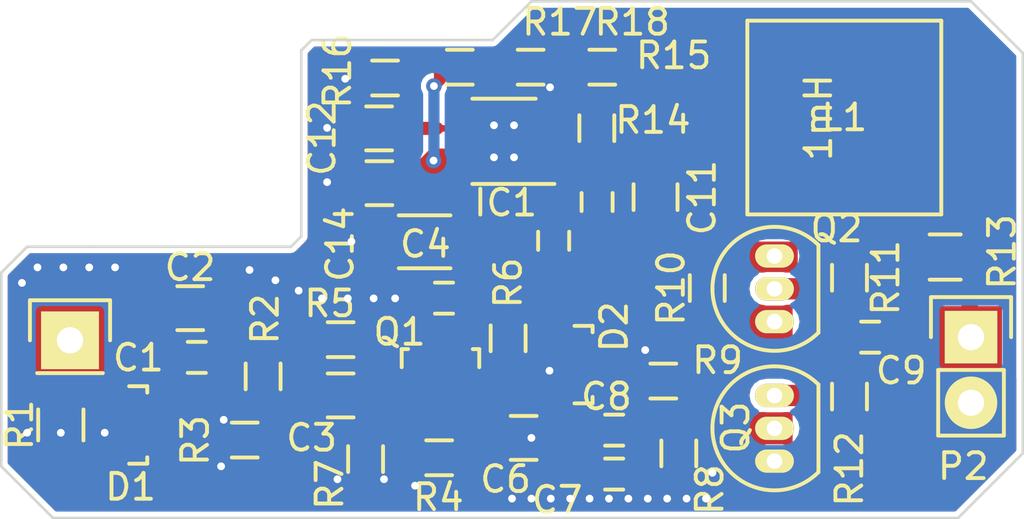
<source format=kicad_pcb>
(kicad_pcb (version 4) (host pcbnew "(2015-07-28 BZR 6012)-product")

  (general
    (links 76)
    (no_connects 0)
    (area 122.239742 90 170.608334 112.300001)
    (thickness 1.6)
    (drawings 19)
    (tracks 299)
    (zones 0)
    (modules 41)
    (nets 21)
  )

  (page A4)
  (layers
    (0 F.Cu signal hide)
    (31 B.Cu signal hide)
    (32 B.Adhes user)
    (33 F.Adhes user)
    (34 B.Paste user)
    (35 F.Paste user)
    (36 B.SilkS user)
    (37 F.SilkS user)
    (38 B.Mask user)
    (39 F.Mask user)
    (40 Dwgs.User user)
    (41 Cmts.User user)
    (42 Eco1.User user)
    (43 Eco2.User user)
    (44 Edge.Cuts user)
    (45 Margin user)
    (46 B.CrtYd user)
    (47 F.CrtYd user)
    (48 B.Fab user)
    (49 F.Fab user)
  )

  (setup
    (last_trace_width 0.25)
    (user_trace_width 0.254)
    (user_trace_width 0.3048)
    (user_trace_width 0.4318)
    (user_trace_width 0.508)
    (user_trace_width 0.635)
    (user_trace_width 0.825397)
    (trace_clearance 0.2)
    (zone_clearance 0.2)
    (zone_45_only no)
    (trace_min 0.2)
    (segment_width 0.2)
    (edge_width 0.1)
    (via_size 0.6)
    (via_drill 0.3)
    (via_min_size 0.6)
    (via_min_drill 0.3)
    (uvia_size 0.508)
    (uvia_drill 0.127)
    (uvias_allowed no)
    (uvia_min_size 0.508)
    (uvia_min_drill 0.127)
    (pcb_text_width 0.3)
    (pcb_text_size 1.5 1.5)
    (mod_edge_width 0.15)
    (mod_text_size 1 1)
    (mod_text_width 0.15)
    (pad_size 2.2352 2.2352)
    (pad_drill 1.016)
    (pad_to_mask_clearance 0)
    (aux_axis_origin 0 0)
    (visible_elements FFFEFF3F)
    (pcbplotparams
      (layerselection 0x010f0_80000001)
      (usegerberextensions true)
      (excludeedgelayer true)
      (linewidth 0.100000)
      (plotframeref false)
      (viasonmask false)
      (mode 1)
      (useauxorigin false)
      (hpglpennumber 1)
      (hpglpenspeed 20)
      (hpglpendiameter 15)
      (hpglpenoverlay 2)
      (psnegative false)
      (psa4output false)
      (plotreference true)
      (plotvalue false)
      (plotinvisibletext false)
      (padsonsilk false)
      (subtractmaskfromsilk true)
      (outputformat 1)
      (mirror false)
      (drillshape 0)
      (scaleselection 1)
      (outputdirectory gerber/))
  )

  (net 0 "")
  (net 1 "Net-(C1-Pad1)")
  (net 2 "Net-(C1-Pad2)")
  (net 3 "Net-(C3-Pad1)")
  (net 4 "Net-(C3-Pad2)")
  (net 5 VAA)
  (net 6 GND)
  (net 7 "Net-(C6-Pad1)")
  (net 8 "Net-(C7-Pad1)")
  (net 9 "Net-(C8-Pad1)")
  (net 10 "Net-(C9-Pad1)")
  (net 11 "Net-(C9-Pad2)")
  (net 12 "Net-(C10-Pad1)")
  (net 13 "Net-(C12-Pad1)")
  (net 14 "Net-(D2-Pad1)")
  (net 15 "Net-(Q2-Pad2)")
  (net 16 "Net-(Q3-Pad3)")
  (net 17 "Net-(L1-Pad1)")
  (net 18 "Net-(IC1-Pad3)")
  (net 19 "Net-(IC1-Pad4)")
  (net 20 "Net-(IC1-Pad6)")

  (net_class Default "Dies ist die voreingestellte Netzklasse."
    (clearance 0.2)
    (trace_width 0.25)
    (via_dia 0.6)
    (via_drill 0.3)
    (uvia_dia 0.508)
    (uvia_drill 0.127)
    (add_net GND)
    (add_net "Net-(C1-Pad1)")
    (add_net "Net-(C1-Pad2)")
    (add_net "Net-(C10-Pad1)")
    (add_net "Net-(C12-Pad1)")
    (add_net "Net-(C3-Pad1)")
    (add_net "Net-(C3-Pad2)")
    (add_net "Net-(C6-Pad1)")
    (add_net "Net-(C7-Pad1)")
    (add_net "Net-(C8-Pad1)")
    (add_net "Net-(C9-Pad1)")
    (add_net "Net-(C9-Pad2)")
    (add_net "Net-(D2-Pad1)")
    (add_net "Net-(IC1-Pad3)")
    (add_net "Net-(IC1-Pad4)")
    (add_net "Net-(IC1-Pad6)")
    (add_net "Net-(L1-Pad1)")
    (add_net "Net-(Q2-Pad2)")
    (add_net "Net-(Q3-Pad3)")
    (add_net VAA)
  )

  (module Capacitors_SMD:C_0603 (layer F.Cu) (tedit 558EC270) (tstamp 55843853)
    (at 135.5598 105.283 180)
    (descr "Capacitor SMD 0603, reflow soldering, AVX (see smccp.pdf)")
    (tags "capacitor 0603")
    (path /55832F12)
    (attr smd)
    (fp_text reference C1 (at 2.2598 -0.017 180) (layer F.SilkS)
      (effects (font (size 1 1) (thickness 0.15)))
    )
    (fp_text value 100n* (at 0 1.9 180) (layer F.Fab)
      (effects (font (size 1 1) (thickness 0.15)))
    )
    (fp_line (start -1.45 -0.75) (end 1.45 -0.75) (layer F.CrtYd) (width 0.05))
    (fp_line (start -1.45 0.75) (end 1.45 0.75) (layer F.CrtYd) (width 0.05))
    (fp_line (start -1.45 -0.75) (end -1.45 0.75) (layer F.CrtYd) (width 0.05))
    (fp_line (start 1.45 -0.75) (end 1.45 0.75) (layer F.CrtYd) (width 0.05))
    (fp_line (start -0.35 -0.6) (end 0.35 -0.6) (layer F.SilkS) (width 0.15))
    (fp_line (start 0.35 0.6) (end -0.35 0.6) (layer F.SilkS) (width 0.15))
    (pad 1 smd rect (at -0.75 0 180) (size 0.8 0.75) (layers F.Cu F.Paste F.Mask)
      (net 1 "Net-(C1-Pad1)"))
    (pad 2 smd rect (at 0.75 0 180) (size 0.8 0.75) (layers F.Cu F.Paste F.Mask)
      (net 2 "Net-(C1-Pad2)"))
    (model Capacitors_SMD.3dshapes/C_0603.wrl
      (at (xyz 0 0 0))
      (scale (xyz 1 1 1))
      (rotate (xyz 0 0 0))
    )
  )

  (module Capacitors_SMD:C_0805 (layer F.Cu) (tedit 558EC269) (tstamp 55843859)
    (at 135.3058 103.378 180)
    (descr "Capacitor SMD 0805, reflow soldering, AVX (see smccp.pdf)")
    (tags "capacitor 0805")
    (path /55831B40)
    (attr smd)
    (fp_text reference C2 (at 0.0058 1.578 180) (layer F.SilkS)
      (effects (font (size 1 1) (thickness 0.15)))
    )
    (fp_text value "15p NP0" (at 0 2.1 180) (layer F.Fab)
      (effects (font (size 1 1) (thickness 0.15)))
    )
    (fp_line (start -1.8 -1) (end 1.8 -1) (layer F.CrtYd) (width 0.05))
    (fp_line (start -1.8 1) (end 1.8 1) (layer F.CrtYd) (width 0.05))
    (fp_line (start -1.8 -1) (end -1.8 1) (layer F.CrtYd) (width 0.05))
    (fp_line (start 1.8 -1) (end 1.8 1) (layer F.CrtYd) (width 0.05))
    (fp_line (start 0.5 -0.85) (end -0.5 -0.85) (layer F.SilkS) (width 0.15))
    (fp_line (start -0.5 0.85) (end 0.5 0.85) (layer F.SilkS) (width 0.15))
    (pad 1 smd rect (at -1 0 180) (size 1 1.25) (layers F.Cu F.Paste F.Mask)
      (net 1 "Net-(C1-Pad1)"))
    (pad 2 smd rect (at 1 0 180) (size 1 1.25) (layers F.Cu F.Paste F.Mask)
      (net 2 "Net-(C1-Pad2)"))
    (model Capacitors_SMD.3dshapes/C_0805.wrl
      (at (xyz 0 0 0))
      (scale (xyz 1 1 1))
      (rotate (xyz 0 0 0))
    )
  )

  (module Capacitors_SMD:C_0805 (layer F.Cu) (tedit 558EC285) (tstamp 5584385F)
    (at 141.1224 106.7562 180)
    (descr "Capacitor SMD 0805, reflow soldering, AVX (see smccp.pdf)")
    (tags "capacitor 0805")
    (path /55831CC8)
    (attr smd)
    (fp_text reference C3 (at 1.1224 -1.6438 180) (layer F.SilkS)
      (effects (font (size 1 1) (thickness 0.15)))
    )
    (fp_text value "33n X7R" (at 0 2.1 180) (layer F.Fab)
      (effects (font (size 1 1) (thickness 0.15)))
    )
    (fp_line (start -1.8 -1) (end 1.8 -1) (layer F.CrtYd) (width 0.05))
    (fp_line (start -1.8 1) (end 1.8 1) (layer F.CrtYd) (width 0.05))
    (fp_line (start -1.8 -1) (end -1.8 1) (layer F.CrtYd) (width 0.05))
    (fp_line (start 1.8 -1) (end 1.8 1) (layer F.CrtYd) (width 0.05))
    (fp_line (start 0.5 -0.85) (end -0.5 -0.85) (layer F.SilkS) (width 0.15))
    (fp_line (start -0.5 0.85) (end 0.5 0.85) (layer F.SilkS) (width 0.15))
    (pad 1 smd rect (at -1 0 180) (size 1 1.25) (layers F.Cu F.Paste F.Mask)
      (net 3 "Net-(C3-Pad1)"))
    (pad 2 smd rect (at 1 0 180) (size 1 1.25) (layers F.Cu F.Paste F.Mask)
      (net 4 "Net-(C3-Pad2)"))
    (model Capacitors_SMD.3dshapes/C_0805.wrl
      (at (xyz 0 0 0))
      (scale (xyz 1 1 1))
      (rotate (xyz 0 0 0))
    )
  )

  (module Capacitors_SMD:C_1206 (layer F.Cu) (tedit 558EC2C8) (tstamp 55843865)
    (at 144.37 100.81 180)
    (descr "Capacitor SMD 1206, reflow soldering, AVX (see smccp.pdf)")
    (tags "capacitor 1206")
    (path /55832589)
    (attr smd)
    (fp_text reference C4 (at -0.03 -0.09 180) (layer F.SilkS)
      (effects (font (size 1 1) (thickness 0.15)))
    )
    (fp_text value "47µ X5R" (at 0 2.3 180) (layer F.Fab)
      (effects (font (size 1 1) (thickness 0.15)))
    )
    (fp_line (start -2.3 -1.15) (end 2.3 -1.15) (layer F.CrtYd) (width 0.05))
    (fp_line (start -2.3 1.15) (end 2.3 1.15) (layer F.CrtYd) (width 0.05))
    (fp_line (start -2.3 -1.15) (end -2.3 1.15) (layer F.CrtYd) (width 0.05))
    (fp_line (start 2.3 -1.15) (end 2.3 1.15) (layer F.CrtYd) (width 0.05))
    (fp_line (start 1 -1.025) (end -1 -1.025) (layer F.SilkS) (width 0.15))
    (fp_line (start -1 1.025) (end 1 1.025) (layer F.SilkS) (width 0.15))
    (pad 1 smd rect (at -1.5 0 180) (size 1 1.6) (layers F.Cu F.Paste F.Mask)
      (net 5 VAA))
    (pad 2 smd rect (at 1.5 0 180) (size 1 1.6) (layers F.Cu F.Paste F.Mask)
      (net 6 GND))
    (model Capacitors_SMD.3dshapes/C_1206.wrl
      (at (xyz 0 0 0))
      (scale (xyz 1 1 1))
      (rotate (xyz 0 0 0))
    )
  )

  (module Capacitors_SMD:C_0805 (layer F.Cu) (tedit 558EC304) (tstamp 55843871)
    (at 148.2 108.4)
    (descr "Capacitor SMD 0805, reflow soldering, AVX (see smccp.pdf)")
    (tags "capacitor 0805")
    (path /5583282F)
    (attr smd)
    (fp_text reference C6 (at -0.7 1.6) (layer F.SilkS)
      (effects (font (size 1 1) (thickness 0.15)))
    )
    (fp_text value "4,7µ X7R" (at 0 2.1) (layer F.Fab)
      (effects (font (size 1 1) (thickness 0.15)))
    )
    (fp_line (start -1.8 -1) (end 1.8 -1) (layer F.CrtYd) (width 0.05))
    (fp_line (start -1.8 1) (end 1.8 1) (layer F.CrtYd) (width 0.05))
    (fp_line (start -1.8 -1) (end -1.8 1) (layer F.CrtYd) (width 0.05))
    (fp_line (start 1.8 -1) (end 1.8 1) (layer F.CrtYd) (width 0.05))
    (fp_line (start 0.5 -0.85) (end -0.5 -0.85) (layer F.SilkS) (width 0.15))
    (fp_line (start -0.5 0.85) (end 0.5 0.85) (layer F.SilkS) (width 0.15))
    (pad 1 smd rect (at -1 0) (size 1 1.25) (layers F.Cu F.Paste F.Mask)
      (net 7 "Net-(C6-Pad1)"))
    (pad 2 smd rect (at 1 0) (size 1 1.25) (layers F.Cu F.Paste F.Mask)
      (net 6 GND))
    (model Capacitors_SMD.3dshapes/C_0805.wrl
      (at (xyz 0 0 0))
      (scale (xyz 1 1 1))
      (rotate (xyz 0 0 0))
    )
  )

  (module Capacitors_SMD:C_0603 (layer F.Cu) (tedit 558EC301) (tstamp 55843877)
    (at 151.7 109.8 180)
    (descr "Capacitor SMD 0603, reflow soldering, AVX (see smccp.pdf)")
    (tags "capacitor 0603")
    (path /558333A0)
    (attr smd)
    (fp_text reference C7 (at 2.2 -1 180) (layer F.SilkS)
      (effects (font (size 1 1) (thickness 0.15)))
    )
    (fp_text value 100n (at 0 1.9 180) (layer F.Fab)
      (effects (font (size 1 1) (thickness 0.15)))
    )
    (fp_line (start -1.45 -0.75) (end 1.45 -0.75) (layer F.CrtYd) (width 0.05))
    (fp_line (start -1.45 0.75) (end 1.45 0.75) (layer F.CrtYd) (width 0.05))
    (fp_line (start -1.45 -0.75) (end -1.45 0.75) (layer F.CrtYd) (width 0.05))
    (fp_line (start 1.45 -0.75) (end 1.45 0.75) (layer F.CrtYd) (width 0.05))
    (fp_line (start -0.35 -0.6) (end 0.35 -0.6) (layer F.SilkS) (width 0.15))
    (fp_line (start 0.35 0.6) (end -0.35 0.6) (layer F.SilkS) (width 0.15))
    (pad 1 smd rect (at -0.75 0 180) (size 0.8 0.75) (layers F.Cu F.Paste F.Mask)
      (net 8 "Net-(C7-Pad1)"))
    (pad 2 smd rect (at 0.75 0 180) (size 0.8 0.75) (layers F.Cu F.Paste F.Mask)
      (net 3 "Net-(C3-Pad1)"))
    (model Capacitors_SMD.3dshapes/C_0603.wrl
      (at (xyz 0 0 0))
      (scale (xyz 1 1 1))
      (rotate (xyz 0 0 0))
    )
  )

  (module Capacitors_SMD:C_0603 (layer F.Cu) (tedit 558EC338) (tstamp 5584387D)
    (at 151.7 108.1 180)
    (descr "Capacitor SMD 0603, reflow soldering, AVX (see smccp.pdf)")
    (tags "capacitor 0603")
    (path /55833331)
    (attr smd)
    (fp_text reference C8 (at 0.3 1.3 180) (layer F.SilkS)
      (effects (font (size 1 1) (thickness 0.15)))
    )
    (fp_text value 100n (at 0 1.9 180) (layer F.Fab)
      (effects (font (size 1 1) (thickness 0.15)))
    )
    (fp_line (start -1.45 -0.75) (end 1.45 -0.75) (layer F.CrtYd) (width 0.05))
    (fp_line (start -1.45 0.75) (end 1.45 0.75) (layer F.CrtYd) (width 0.05))
    (fp_line (start -1.45 -0.75) (end -1.45 0.75) (layer F.CrtYd) (width 0.05))
    (fp_line (start 1.45 -0.75) (end 1.45 0.75) (layer F.CrtYd) (width 0.05))
    (fp_line (start -0.35 -0.6) (end 0.35 -0.6) (layer F.SilkS) (width 0.15))
    (fp_line (start 0.35 0.6) (end -0.35 0.6) (layer F.SilkS) (width 0.15))
    (pad 1 smd rect (at -0.75 0 180) (size 0.8 0.75) (layers F.Cu F.Paste F.Mask)
      (net 9 "Net-(C8-Pad1)"))
    (pad 2 smd rect (at 0.75 0 180) (size 0.8 0.75) (layers F.Cu F.Paste F.Mask)
      (net 3 "Net-(C3-Pad1)"))
    (model Capacitors_SMD.3dshapes/C_0603.wrl
      (at (xyz 0 0 0))
      (scale (xyz 1 1 1))
      (rotate (xyz 0 0 0))
    )
  )

  (module Capacitors_SMD:C_0603 (layer F.Cu) (tedit 558EC346) (tstamp 55843883)
    (at 161.6 104.5 180)
    (descr "Capacitor SMD 0603, reflow soldering, AVX (see smccp.pdf)")
    (tags "capacitor 0603")
    (path /5583407A)
    (attr smd)
    (fp_text reference C9 (at -1.2 -1.3 180) (layer F.SilkS)
      (effects (font (size 1 1) (thickness 0.15)))
    )
    (fp_text value 470n (at 0 1.9 180) (layer F.Fab)
      (effects (font (size 1 1) (thickness 0.15)))
    )
    (fp_line (start -1.45 -0.75) (end 1.45 -0.75) (layer F.CrtYd) (width 0.05))
    (fp_line (start -1.45 0.75) (end 1.45 0.75) (layer F.CrtYd) (width 0.05))
    (fp_line (start -1.45 -0.75) (end -1.45 0.75) (layer F.CrtYd) (width 0.05))
    (fp_line (start 1.45 -0.75) (end 1.45 0.75) (layer F.CrtYd) (width 0.05))
    (fp_line (start -0.35 -0.6) (end 0.35 -0.6) (layer F.SilkS) (width 0.15))
    (fp_line (start 0.35 0.6) (end -0.35 0.6) (layer F.SilkS) (width 0.15))
    (pad 1 smd rect (at -0.75 0 180) (size 0.8 0.75) (layers F.Cu F.Paste F.Mask)
      (net 10 "Net-(C9-Pad1)"))
    (pad 2 smd rect (at 0.75 0 180) (size 0.8 0.75) (layers F.Cu F.Paste F.Mask)
      (net 11 "Net-(C9-Pad2)"))
    (model Capacitors_SMD.3dshapes/C_0603.wrl
      (at (xyz 0 0 0))
      (scale (xyz 1 1 1))
      (rotate (xyz 0 0 0))
    )
  )

  (module Capacitors_SMD:C_0603 (layer F.Cu) (tedit 558EC3CE) (tstamp 5584389B)
    (at 145.12 102.99 180)
    (descr "Capacitor SMD 0603, reflow soldering, AVX (see smccp.pdf)")
    (tags "capacitor 0603")
    (path /558353C3)
    (attr smd)
    (fp_text reference C13 (at 2.02 -0.41 270) (layer F.SilkS) hide
      (effects (font (size 1 1) (thickness 0.15)))
    )
    (fp_text value 100n (at 0 1.9 180) (layer F.Fab)
      (effects (font (size 1 1) (thickness 0.15)))
    )
    (fp_line (start -1.45 -0.75) (end 1.45 -0.75) (layer F.CrtYd) (width 0.05))
    (fp_line (start -1.45 0.75) (end 1.45 0.75) (layer F.CrtYd) (width 0.05))
    (fp_line (start -1.45 -0.75) (end -1.45 0.75) (layer F.CrtYd) (width 0.05))
    (fp_line (start 1.45 -0.75) (end 1.45 0.75) (layer F.CrtYd) (width 0.05))
    (fp_line (start -0.35 -0.6) (end 0.35 -0.6) (layer F.SilkS) (width 0.15))
    (fp_line (start 0.35 0.6) (end -0.35 0.6) (layer F.SilkS) (width 0.15))
    (pad 1 smd rect (at -0.75 0 180) (size 0.8 0.75) (layers F.Cu F.Paste F.Mask)
      (net 5 VAA))
    (pad 2 smd rect (at 0.75 0 180) (size 0.8 0.75) (layers F.Cu F.Paste F.Mask)
      (net 6 GND))
    (model Capacitors_SMD.3dshapes/C_0603.wrl
      (at (xyz 0 0 0))
      (scale (xyz 1 1 1))
      (rotate (xyz 0 0 0))
    )
  )

  (module Housings_SOT-23_SOT-143_TSOT-6:SOT-23 (layer F.Cu) (tedit 558EC25E) (tstamp 558438A2)
    (at 132.9944 107.8992 270)
    (descr "SOT-23, Standard")
    (tags SOT-23)
    (path /55837474)
    (attr smd)
    (fp_text reference D1 (at 2.4008 -0.0056 360) (layer F.SilkS)
      (effects (font (size 1 1) (thickness 0.15)))
    )
    (fp_text value CM1213A (at 0 2.3 270) (layer F.Fab)
      (effects (font (size 1 1) (thickness 0.15)))
    )
    (fp_line (start -1.65 -1.6) (end 1.65 -1.6) (layer F.CrtYd) (width 0.05))
    (fp_line (start 1.65 -1.6) (end 1.65 1.6) (layer F.CrtYd) (width 0.05))
    (fp_line (start 1.65 1.6) (end -1.65 1.6) (layer F.CrtYd) (width 0.05))
    (fp_line (start -1.65 1.6) (end -1.65 -1.6) (layer F.CrtYd) (width 0.05))
    (fp_line (start 1.29916 -0.65024) (end 1.2509 -0.65024) (layer F.SilkS) (width 0.15))
    (fp_line (start -1.49982 0.0508) (end -1.49982 -0.65024) (layer F.SilkS) (width 0.15))
    (fp_line (start -1.49982 -0.65024) (end -1.2509 -0.65024) (layer F.SilkS) (width 0.15))
    (fp_line (start 1.29916 -0.65024) (end 1.49982 -0.65024) (layer F.SilkS) (width 0.15))
    (fp_line (start 1.49982 -0.65024) (end 1.49982 0.0508) (layer F.SilkS) (width 0.15))
    (pad 1 smd rect (at -0.95 1.00076 270) (size 0.8001 0.8001) (layers F.Cu F.Paste F.Mask)
      (net 2 "Net-(C1-Pad2)"))
    (pad 2 smd rect (at 0.95 1.00076 270) (size 0.8001 0.8001) (layers F.Cu F.Paste F.Mask)
      (net 6 GND))
    (pad 3 smd rect (at 0 -0.99822 270) (size 0.8001 0.8001) (layers F.Cu F.Paste F.Mask))
    (model Housings_SOT-23_SOT-143_TSOT-6.3dshapes/SOT-23.wrl
      (at (xyz 0 0 0))
      (scale (xyz 1 1 1))
      (rotate (xyz 0 0 0))
    )
  )

  (module Housings_SOT-23_SOT-143_TSOT-6:SOT-23 (layer F.Cu) (tedit 558EC2FA) (tstamp 558438A9)
    (at 150.2156 105.5624 270)
    (descr "SOT-23, Standard")
    (tags SOT-23)
    (path /55831DA8)
    (attr smd)
    (fp_text reference D2 (at -1.4624 -1.4844 270) (layer F.SilkS)
      (effects (font (size 1 1) (thickness 0.15)))
    )
    (fp_text value BAR43 (at 0 2.3 270) (layer F.Fab)
      (effects (font (size 1 1) (thickness 0.15)))
    )
    (fp_line (start -1.65 -1.6) (end 1.65 -1.6) (layer F.CrtYd) (width 0.05))
    (fp_line (start 1.65 -1.6) (end 1.65 1.6) (layer F.CrtYd) (width 0.05))
    (fp_line (start 1.65 1.6) (end -1.65 1.6) (layer F.CrtYd) (width 0.05))
    (fp_line (start -1.65 1.6) (end -1.65 -1.6) (layer F.CrtYd) (width 0.05))
    (fp_line (start 1.29916 -0.65024) (end 1.2509 -0.65024) (layer F.SilkS) (width 0.15))
    (fp_line (start -1.49982 0.0508) (end -1.49982 -0.65024) (layer F.SilkS) (width 0.15))
    (fp_line (start -1.49982 -0.65024) (end -1.2509 -0.65024) (layer F.SilkS) (width 0.15))
    (fp_line (start 1.29916 -0.65024) (end 1.49982 -0.65024) (layer F.SilkS) (width 0.15))
    (fp_line (start 1.49982 -0.65024) (end 1.49982 0.0508) (layer F.SilkS) (width 0.15))
    (pad 1 smd rect (at -0.95 1.00076 270) (size 0.8001 0.8001) (layers F.Cu F.Paste F.Mask)
      (net 14 "Net-(D2-Pad1)"))
    (pad 2 smd rect (at 0.95 1.00076 270) (size 0.8001 0.8001) (layers F.Cu F.Paste F.Mask)
      (net 6 GND))
    (pad 3 smd rect (at 0 -0.99822 270) (size 0.8001 0.8001) (layers F.Cu F.Paste F.Mask))
    (model Housings_SOT-23_SOT-143_TSOT-6.3dshapes/SOT-23.wrl
      (at (xyz 0 0 0))
      (scale (xyz 1 1 1))
      (rotate (xyz 0 0 0))
    )
  )

  (module Pin_Headers:Pin_Header_Straight_1x01 (layer F.Cu) (tedit 558EC24E) (tstamp 558438AE)
    (at 130.6576 104.6226)
    (descr "Through hole pin header")
    (tags "pin header")
    (path /558319FB)
    (fp_text reference P1 (at 0 -5.1) (layer F.SilkS) hide
      (effects (font (size 1 1) (thickness 0.15)))
    )
    (fp_text value CONN_01X01_Antenne (at 0 -3.1) (layer F.Fab)
      (effects (font (size 1 1) (thickness 0.15)))
    )
    (fp_line (start 1.55 -1.55) (end 1.55 0) (layer F.SilkS) (width 0.15))
    (fp_line (start -1.75 -1.75) (end -1.75 1.75) (layer F.CrtYd) (width 0.05))
    (fp_line (start 1.75 -1.75) (end 1.75 1.75) (layer F.CrtYd) (width 0.05))
    (fp_line (start -1.75 -1.75) (end 1.75 -1.75) (layer F.CrtYd) (width 0.05))
    (fp_line (start -1.75 1.75) (end 1.75 1.75) (layer F.CrtYd) (width 0.05))
    (fp_line (start -1.55 0) (end -1.55 -1.55) (layer F.SilkS) (width 0.15))
    (fp_line (start -1.55 -1.55) (end 1.55 -1.55) (layer F.SilkS) (width 0.15))
    (fp_line (start -1.27 1.27) (end 1.27 1.27) (layer F.SilkS) (width 0.15))
    (pad 1 thru_hole rect (at 0 0) (size 2.2352 2.2352) (drill 1.016) (layers *.Cu *.Mask F.SilkS)
      (net 2 "Net-(C1-Pad2)") (zone_connect 2))
    (model Pin_Headers.3dshapes/Pin_Header_Straight_1x01.wrl
      (at (xyz 0 0 0))
      (scale (xyz 1 1 1))
      (rotate (xyz 0 0 90))
    )
  )

  (module Pin_Headers:Pin_Header_Straight_1x02 (layer F.Cu) (tedit 558EC35E) (tstamp 558438B4)
    (at 165.5 104.5)
    (descr "Through hole pin header")
    (tags "pin header")
    (path /55837B34)
    (fp_text reference P2 (at -0.3 5) (layer F.SilkS)
      (effects (font (size 1 1) (thickness 0.15)))
    )
    (fp_text value CONN_01X02 (at 0 -3.1) (layer F.Fab)
      (effects (font (size 1 1) (thickness 0.15)))
    )
    (fp_line (start 1.27 1.27) (end 1.27 3.81) (layer F.SilkS) (width 0.15))
    (fp_line (start 1.55 -1.55) (end 1.55 0) (layer F.SilkS) (width 0.15))
    (fp_line (start -1.75 -1.75) (end -1.75 4.3) (layer F.CrtYd) (width 0.05))
    (fp_line (start 1.75 -1.75) (end 1.75 4.3) (layer F.CrtYd) (width 0.05))
    (fp_line (start -1.75 -1.75) (end 1.75 -1.75) (layer F.CrtYd) (width 0.05))
    (fp_line (start -1.75 4.3) (end 1.75 4.3) (layer F.CrtYd) (width 0.05))
    (fp_line (start 1.27 1.27) (end -1.27 1.27) (layer F.SilkS) (width 0.15))
    (fp_line (start -1.55 0) (end -1.55 -1.55) (layer F.SilkS) (width 0.15))
    (fp_line (start -1.55 -1.55) (end 1.55 -1.55) (layer F.SilkS) (width 0.15))
    (fp_line (start -1.27 1.27) (end -1.27 3.81) (layer F.SilkS) (width 0.15))
    (fp_line (start -1.27 3.81) (end 1.27 3.81) (layer F.SilkS) (width 0.15))
    (pad 1 thru_hole rect (at 0 0) (size 2.032 2.032) (drill 1.016) (layers *.Cu *.Mask F.SilkS)
      (net 10 "Net-(C9-Pad1)"))
    (pad 2 thru_hole oval (at 0 2.54) (size 2.032 2.032) (drill 1.016) (layers *.Cu *.Mask F.SilkS)
      (net 6 GND))
    (model Pin_Headers.3dshapes/Pin_Header_Straight_1x02.wrl
      (at (xyz 0 -0.05 0))
      (scale (xyz 1 1 1))
      (rotate (xyz 0 0 90))
    )
  )

  (module Housings_SOT-23_SOT-143_TSOT-6:SOT-23 (layer F.Cu) (tedit 558EC41C) (tstamp 558438BB)
    (at 144.9832 105.6132)
    (descr "SOT-23, Standard")
    (tags SOT-23)
    (path /55832756)
    (attr smd)
    (fp_text reference Q1 (at -1.5832 -1.3132) (layer F.SilkS)
      (effects (font (size 1 1) (thickness 0.15)))
    )
    (fp_text value "BF 545A" (at 0 2.3) (layer F.Fab)
      (effects (font (size 1 1) (thickness 0.15)))
    )
    (fp_line (start -1.65 -1.6) (end 1.65 -1.6) (layer F.CrtYd) (width 0.05))
    (fp_line (start 1.65 -1.6) (end 1.65 1.6) (layer F.CrtYd) (width 0.05))
    (fp_line (start 1.65 1.6) (end -1.65 1.6) (layer F.CrtYd) (width 0.05))
    (fp_line (start -1.65 1.6) (end -1.65 -1.6) (layer F.CrtYd) (width 0.05))
    (fp_line (start 1.29916 -0.65024) (end 1.2509 -0.65024) (layer F.SilkS) (width 0.15))
    (fp_line (start -1.49982 0.0508) (end -1.49982 -0.65024) (layer F.SilkS) (width 0.15))
    (fp_line (start -1.49982 -0.65024) (end -1.2509 -0.65024) (layer F.SilkS) (width 0.15))
    (fp_line (start 1.29916 -0.65024) (end 1.49982 -0.65024) (layer F.SilkS) (width 0.15))
    (fp_line (start 1.49982 -0.65024) (end 1.49982 0.0508) (layer F.SilkS) (width 0.15))
    (pad 1 smd rect (at -0.95 1.00076) (size 0.8001 0.8001) (layers F.Cu F.Paste F.Mask)
      (net 3 "Net-(C3-Pad1)"))
    (pad 2 smd rect (at 0.95 1.00076) (size 0.8001 0.8001) (layers F.Cu F.Paste F.Mask)
      (net 7 "Net-(C6-Pad1)"))
    (pad 3 smd rect (at 0 -0.99822) (size 0.8001 0.8001) (layers F.Cu F.Paste F.Mask)
      (net 14 "Net-(D2-Pad1)"))
    (model Housings_SOT-23_SOT-143_TSOT-6.3dshapes/SOT-23.wrl
      (at (xyz 0 0 0))
      (scale (xyz 1 1 1))
      (rotate (xyz 0 0 0))
    )
  )

  (module Housings_TO-92:TO-92_Inline_Narrow_Oval (layer F.Cu) (tedit 558EC32B) (tstamp 558438C2)
    (at 157.9 103.9 90)
    (descr "TO-92 leads in-line, narrow, oval pads, drill 0.6mm (see NXP sot054_po.pdf)")
    (tags "to-92 sc-43 sc-43a sot54 PA33 transistor")
    (path /55833612)
    (fp_text reference Q2 (at 3.6 2.4 180) (layer F.SilkS)
      (effects (font (size 1 1) (thickness 0.15)))
    )
    (fp_text value "BF 199" (at 0 3 90) (layer F.Fab)
      (effects (font (size 1 1) (thickness 0.15)))
    )
    (fp_line (start -1.4 1.95) (end -1.4 -2.65) (layer F.CrtYd) (width 0.05))
    (fp_line (start -1.4 1.95) (end 3.95 1.95) (layer F.CrtYd) (width 0.05))
    (fp_line (start -0.43 1.7) (end 2.97 1.7) (layer F.SilkS) (width 0.15))
    (fp_arc (start 1.27 0) (end 1.27 -2.4) (angle -135) (layer F.SilkS) (width 0.15))
    (fp_arc (start 1.27 0) (end 1.27 -2.4) (angle 135) (layer F.SilkS) (width 0.15))
    (fp_line (start -1.4 -2.65) (end 3.95 -2.65) (layer F.CrtYd) (width 0.05))
    (fp_line (start 3.95 1.95) (end 3.95 -2.65) (layer F.CrtYd) (width 0.05))
    (pad 2 thru_hole oval (at 1.27 0 270) (size 0.89916 1.50114) (drill 0.6) (layers *.Cu *.Mask F.SilkS)
      (net 15 "Net-(Q2-Pad2)"))
    (pad 3 thru_hole oval (at 2.54 0 270) (size 0.89916 1.50114) (drill 0.6) (layers *.Cu *.Mask F.SilkS)
      (net 5 VAA))
    (pad 1 thru_hole oval (at 0 0 270) (size 0.89916 1.50114) (drill 0.6) (layers *.Cu *.Mask F.SilkS)
      (net 9 "Net-(C8-Pad1)"))
    (model Housings_TO-92.3dshapes/TO-92_Inline_Narrow_Oval.wrl
      (at (xyz 0.05 0 0))
      (scale (xyz 1 1 1))
      (rotate (xyz 0 0 -90))
    )
  )

  (module Housings_TO-92:TO-92_Inline_Narrow_Oval (layer F.Cu) (tedit 558EC317) (tstamp 558438C9)
    (at 157.9 109.3 90)
    (descr "TO-92 leads in-line, narrow, oval pads, drill 0.6mm (see NXP sot054_po.pdf)")
    (tags "to-92 sc-43 sc-43a sot54 PA33 transistor")
    (path /55833661)
    (fp_text reference Q3 (at 1.3 -1.5 90) (layer F.SilkS)
      (effects (font (size 1 1) (thickness 0.15)))
    )
    (fp_text value "BF 324" (at 0 3 90) (layer F.Fab)
      (effects (font (size 1 1) (thickness 0.15)))
    )
    (fp_line (start -1.4 1.95) (end -1.4 -2.65) (layer F.CrtYd) (width 0.05))
    (fp_line (start -1.4 1.95) (end 3.95 1.95) (layer F.CrtYd) (width 0.05))
    (fp_line (start -0.43 1.7) (end 2.97 1.7) (layer F.SilkS) (width 0.15))
    (fp_arc (start 1.27 0) (end 1.27 -2.4) (angle -135) (layer F.SilkS) (width 0.15))
    (fp_arc (start 1.27 0) (end 1.27 -2.4) (angle 135) (layer F.SilkS) (width 0.15))
    (fp_line (start -1.4 -2.65) (end 3.95 -2.65) (layer F.CrtYd) (width 0.05))
    (fp_line (start 3.95 1.95) (end 3.95 -2.65) (layer F.CrtYd) (width 0.05))
    (pad 2 thru_hole oval (at 1.27 0 270) (size 0.89916 1.50114) (drill 0.6) (layers *.Cu *.Mask F.SilkS)
      (net 9 "Net-(C8-Pad1)"))
    (pad 3 thru_hole oval (at 2.54 0 270) (size 0.89916 1.50114) (drill 0.6) (layers *.Cu *.Mask F.SilkS)
      (net 16 "Net-(Q3-Pad3)"))
    (pad 1 thru_hole oval (at 0 0 270) (size 0.89916 1.50114) (drill 0.6) (layers *.Cu *.Mask F.SilkS)
      (net 6 GND))
    (model Housings_TO-92.3dshapes/TO-92_Inline_Narrow_Oval.wrl
      (at (xyz 0.05 0 0))
      (scale (xyz 1 1 1))
      (rotate (xyz 0 0 -90))
    )
  )

  (module Resistors_SMD:R_0805 (layer F.Cu) (tedit 558EC257) (tstamp 558438CF)
    (at 130.302 107.8992 270)
    (descr "Resistor SMD 0805, reflow soldering, Vishay (see dcrcw.pdf)")
    (tags "resistor 0805")
    (path /55831AED)
    (attr smd)
    (fp_text reference R1 (at 0.0008 1.602 270) (layer F.SilkS)
      (effects (font (size 1 1) (thickness 0.15)))
    )
    (fp_text value 10M (at 0 2.1 270) (layer F.Fab)
      (effects (font (size 1 1) (thickness 0.15)))
    )
    (fp_line (start -1.6 -1) (end 1.6 -1) (layer F.CrtYd) (width 0.05))
    (fp_line (start -1.6 1) (end 1.6 1) (layer F.CrtYd) (width 0.05))
    (fp_line (start -1.6 -1) (end -1.6 1) (layer F.CrtYd) (width 0.05))
    (fp_line (start 1.6 -1) (end 1.6 1) (layer F.CrtYd) (width 0.05))
    (fp_line (start 0.6 0.875) (end -0.6 0.875) (layer F.SilkS) (width 0.15))
    (fp_line (start -0.6 -0.875) (end 0.6 -0.875) (layer F.SilkS) (width 0.15))
    (pad 1 smd rect (at -0.95 0 270) (size 0.7 1.3) (layers F.Cu F.Paste F.Mask)
      (net 2 "Net-(C1-Pad2)"))
    (pad 2 smd rect (at 0.95 0 270) (size 0.7 1.3) (layers F.Cu F.Paste F.Mask)
      (net 6 GND))
    (model Resistors_SMD.3dshapes/R_0805.wrl
      (at (xyz 0 0 0))
      (scale (xyz 1 1 1))
      (rotate (xyz 0 0 0))
    )
  )

  (module Resistors_SMD:R_0603 (layer F.Cu) (tedit 558EC27A) (tstamp 558438D5)
    (at 138.1252 106.0196 270)
    (descr "Resistor SMD 0603, reflow soldering, Vishay (see dcrcw.pdf)")
    (tags "resistor 0603")
    (path /55831C18)
    (attr smd)
    (fp_text reference R2 (at -2.2196 -0.0748 270) (layer F.SilkS)
      (effects (font (size 1 1) (thickness 0.15)))
    )
    (fp_text value 470k (at 0 1.9 270) (layer F.Fab)
      (effects (font (size 1 1) (thickness 0.15)))
    )
    (fp_line (start -1.3 -0.8) (end 1.3 -0.8) (layer F.CrtYd) (width 0.05))
    (fp_line (start -1.3 0.8) (end 1.3 0.8) (layer F.CrtYd) (width 0.05))
    (fp_line (start -1.3 -0.8) (end -1.3 0.8) (layer F.CrtYd) (width 0.05))
    (fp_line (start 1.3 -0.8) (end 1.3 0.8) (layer F.CrtYd) (width 0.05))
    (fp_line (start 0.5 0.675) (end -0.5 0.675) (layer F.SilkS) (width 0.15))
    (fp_line (start -0.5 -0.675) (end 0.5 -0.675) (layer F.SilkS) (width 0.15))
    (pad 1 smd rect (at -0.75 0 270) (size 0.5 0.9) (layers F.Cu F.Paste F.Mask)
      (net 1 "Net-(C1-Pad1)"))
    (pad 2 smd rect (at 0.75 0 270) (size 0.5 0.9) (layers F.Cu F.Paste F.Mask)
      (net 4 "Net-(C3-Pad2)"))
    (model Resistors_SMD.3dshapes/R_0603.wrl
      (at (xyz 0 0 0))
      (scale (xyz 1 1 1))
      (rotate (xyz 0 0 0))
    )
  )

  (module Resistors_SMD:R_0603 (layer F.Cu) (tedit 558EC275) (tstamp 558438DB)
    (at 137.414 108.4834 180)
    (descr "Resistor SMD 0603, reflow soldering, Vishay (see dcrcw.pdf)")
    (tags "resistor 0603")
    (path /55831C5D)
    (attr smd)
    (fp_text reference R3 (at 1.914 -0.0166 270) (layer F.SilkS)
      (effects (font (size 1 1) (thickness 0.15)))
    )
    (fp_text value 2,7k (at 0 1.9 180) (layer F.Fab)
      (effects (font (size 1 1) (thickness 0.15)))
    )
    (fp_line (start -1.3 -0.8) (end 1.3 -0.8) (layer F.CrtYd) (width 0.05))
    (fp_line (start -1.3 0.8) (end 1.3 0.8) (layer F.CrtYd) (width 0.05))
    (fp_line (start -1.3 -0.8) (end -1.3 0.8) (layer F.CrtYd) (width 0.05))
    (fp_line (start 1.3 -0.8) (end 1.3 0.8) (layer F.CrtYd) (width 0.05))
    (fp_line (start 0.5 0.675) (end -0.5 0.675) (layer F.SilkS) (width 0.15))
    (fp_line (start -0.5 -0.675) (end 0.5 -0.675) (layer F.SilkS) (width 0.15))
    (pad 1 smd rect (at -0.75 0 180) (size 0.5 0.9) (layers F.Cu F.Paste F.Mask)
      (net 4 "Net-(C3-Pad2)"))
    (pad 2 smd rect (at 0.75 0 180) (size 0.5 0.9) (layers F.Cu F.Paste F.Mask)
      (net 6 GND))
    (model Resistors_SMD.3dshapes/R_0603.wrl
      (at (xyz 0 0 0))
      (scale (xyz 1 1 1))
      (rotate (xyz 0 0 0))
    )
  )

  (module Resistors_SMD:R_0603 (layer F.Cu) (tedit 558EC28C) (tstamp 558438E1)
    (at 144.9324 109.1692 180)
    (descr "Resistor SMD 0603, reflow soldering, Vishay (see dcrcw.pdf)")
    (tags "resistor 0603")
    (path /55832471)
    (attr smd)
    (fp_text reference R4 (at 0.0324 -1.5308 180) (layer F.SilkS)
      (effects (font (size 1 1) (thickness 0.15)))
    )
    (fp_text value 4,7k (at 0 1.9 180) (layer F.Fab)
      (effects (font (size 1 1) (thickness 0.15)))
    )
    (fp_line (start -1.3 -0.8) (end 1.3 -0.8) (layer F.CrtYd) (width 0.05))
    (fp_line (start -1.3 0.8) (end 1.3 0.8) (layer F.CrtYd) (width 0.05))
    (fp_line (start -1.3 -0.8) (end -1.3 0.8) (layer F.CrtYd) (width 0.05))
    (fp_line (start 1.3 -0.8) (end 1.3 0.8) (layer F.CrtYd) (width 0.05))
    (fp_line (start 0.5 0.675) (end -0.5 0.675) (layer F.SilkS) (width 0.15))
    (fp_line (start -0.5 -0.675) (end 0.5 -0.675) (layer F.SilkS) (width 0.15))
    (pad 1 smd rect (at -0.75 0 180) (size 0.5 0.9) (layers F.Cu F.Paste F.Mask)
      (net 7 "Net-(C6-Pad1)"))
    (pad 2 smd rect (at 0.75 0 180) (size 0.5 0.9) (layers F.Cu F.Paste F.Mask)
      (net 4 "Net-(C3-Pad2)"))
    (model Resistors_SMD.3dshapes/R_0603.wrl
      (at (xyz 0 0 0))
      (scale (xyz 1 1 1))
      (rotate (xyz 0 0 0))
    )
  )

  (module Resistors_SMD:R_0603 (layer F.Cu) (tedit 558EC282) (tstamp 558438E7)
    (at 141.1224 104.5972 180)
    (descr "Resistor SMD 0603, reflow soldering, Vishay (see dcrcw.pdf)")
    (tags "resistor 0603")
    (path /55831D45)
    (attr smd)
    (fp_text reference R5 (at 0.4224 1.3972 180) (layer F.SilkS)
      (effects (font (size 1 1) (thickness 0.15)))
    )
    (fp_text value 47 (at 0 1.9 180) (layer F.Fab)
      (effects (font (size 1 1) (thickness 0.15)))
    )
    (fp_line (start -1.3 -0.8) (end 1.3 -0.8) (layer F.CrtYd) (width 0.05))
    (fp_line (start -1.3 0.8) (end 1.3 0.8) (layer F.CrtYd) (width 0.05))
    (fp_line (start -1.3 -0.8) (end -1.3 0.8) (layer F.CrtYd) (width 0.05))
    (fp_line (start 1.3 -0.8) (end 1.3 0.8) (layer F.CrtYd) (width 0.05))
    (fp_line (start 0.5 0.675) (end -0.5 0.675) (layer F.SilkS) (width 0.15))
    (fp_line (start -0.5 -0.675) (end 0.5 -0.675) (layer F.SilkS) (width 0.15))
    (pad 1 smd rect (at -0.75 0 180) (size 0.5 0.9) (layers F.Cu F.Paste F.Mask)
      (net 14 "Net-(D2-Pad1)"))
    (pad 2 smd rect (at 0.75 0 180) (size 0.5 0.9) (layers F.Cu F.Paste F.Mask)
      (net 1 "Net-(C1-Pad1)"))
    (model Resistors_SMD.3dshapes/R_0603.wrl
      (at (xyz 0 0 0))
      (scale (xyz 1 1 1))
      (rotate (xyz 0 0 0))
    )
  )

  (module Resistors_SMD:R_0603 (layer F.Cu) (tedit 558EC2E5) (tstamp 558438ED)
    (at 147.5994 104.5464 90)
    (descr "Resistor SMD 0603, reflow soldering, Vishay (see dcrcw.pdf)")
    (tags "resistor 0603")
    (path /5583253F)
    (attr smd)
    (fp_text reference R6 (at 2.1464 0.0006 90) (layer F.SilkS)
      (effects (font (size 1 1) (thickness 0.15)))
    )
    (fp_text value 47 (at 0 1.9 90) (layer F.Fab)
      (effects (font (size 1 1) (thickness 0.15)))
    )
    (fp_line (start -1.3 -0.8) (end 1.3 -0.8) (layer F.CrtYd) (width 0.05))
    (fp_line (start -1.3 0.8) (end 1.3 0.8) (layer F.CrtYd) (width 0.05))
    (fp_line (start -1.3 -0.8) (end -1.3 0.8) (layer F.CrtYd) (width 0.05))
    (fp_line (start 1.3 -0.8) (end 1.3 0.8) (layer F.CrtYd) (width 0.05))
    (fp_line (start 0.5 0.675) (end -0.5 0.675) (layer F.SilkS) (width 0.15))
    (fp_line (start -0.5 -0.675) (end 0.5 -0.675) (layer F.SilkS) (width 0.15))
    (pad 1 smd rect (at -0.75 0 90) (size 0.5 0.9) (layers F.Cu F.Paste F.Mask)
      (net 7 "Net-(C6-Pad1)"))
    (pad 2 smd rect (at 0.75 0 90) (size 0.5 0.9) (layers F.Cu F.Paste F.Mask)
      (net 5 VAA))
    (model Resistors_SMD.3dshapes/R_0603.wrl
      (at (xyz 0 0 0))
      (scale (xyz 1 1 1))
      (rotate (xyz 0 0 0))
    )
  )

  (module Resistors_SMD:R_0603 (layer F.Cu) (tedit 558EC289) (tstamp 558438F3)
    (at 142.0876 109.22 270)
    (descr "Resistor SMD 0603, reflow soldering, Vishay (see dcrcw.pdf)")
    (tags "resistor 0603")
    (path /55832995)
    (attr smd)
    (fp_text reference R7 (at 0.98 1.3876 270) (layer F.SilkS)
      (effects (font (size 1 1) (thickness 0.15)))
    )
    (fp_text value 270 (at 0 1.9 270) (layer F.Fab)
      (effects (font (size 1 1) (thickness 0.15)))
    )
    (fp_line (start -1.3 -0.8) (end 1.3 -0.8) (layer F.CrtYd) (width 0.05))
    (fp_line (start -1.3 0.8) (end 1.3 0.8) (layer F.CrtYd) (width 0.05))
    (fp_line (start -1.3 -0.8) (end -1.3 0.8) (layer F.CrtYd) (width 0.05))
    (fp_line (start 1.3 -0.8) (end 1.3 0.8) (layer F.CrtYd) (width 0.05))
    (fp_line (start 0.5 0.675) (end -0.5 0.675) (layer F.SilkS) (width 0.15))
    (fp_line (start -0.5 -0.675) (end 0.5 -0.675) (layer F.SilkS) (width 0.15))
    (pad 1 smd rect (at -0.75 0 270) (size 0.5 0.9) (layers F.Cu F.Paste F.Mask)
      (net 3 "Net-(C3-Pad1)"))
    (pad 2 smd rect (at 0.75 0 270) (size 0.5 0.9) (layers F.Cu F.Paste F.Mask)
      (net 6 GND))
    (model Resistors_SMD.3dshapes/R_0603.wrl
      (at (xyz 0 0 0))
      (scale (xyz 1 1 1))
      (rotate (xyz 0 0 0))
    )
  )

  (module Resistors_SMD:R_0603 (layer F.Cu) (tedit 558EC311) (tstamp 558438F9)
    (at 154.2 109 90)
    (descr "Resistor SMD 0603, reflow soldering, Vishay (see dcrcw.pdf)")
    (tags "resistor 0603")
    (path /55833452)
    (attr smd)
    (fp_text reference R8 (at -1.4 1.2 90) (layer F.SilkS)
      (effects (font (size 1 1) (thickness 0.15)))
    )
    (fp_text value 470 (at 0 1.9 90) (layer F.Fab)
      (effects (font (size 1 1) (thickness 0.15)))
    )
    (fp_line (start -1.3 -0.8) (end 1.3 -0.8) (layer F.CrtYd) (width 0.05))
    (fp_line (start -1.3 0.8) (end 1.3 0.8) (layer F.CrtYd) (width 0.05))
    (fp_line (start -1.3 -0.8) (end -1.3 0.8) (layer F.CrtYd) (width 0.05))
    (fp_line (start 1.3 -0.8) (end 1.3 0.8) (layer F.CrtYd) (width 0.05))
    (fp_line (start 0.5 0.675) (end -0.5 0.675) (layer F.SilkS) (width 0.15))
    (fp_line (start -0.5 -0.675) (end 0.5 -0.675) (layer F.SilkS) (width 0.15))
    (pad 1 smd rect (at -0.75 0 90) (size 0.5 0.9) (layers F.Cu F.Paste F.Mask)
      (net 8 "Net-(C7-Pad1)"))
    (pad 2 smd rect (at 0.75 0 90) (size 0.5 0.9) (layers F.Cu F.Paste F.Mask)
      (net 9 "Net-(C8-Pad1)"))
    (model Resistors_SMD.3dshapes/R_0603.wrl
      (at (xyz 0 0 0))
      (scale (xyz 1 1 1))
      (rotate (xyz 0 0 0))
    )
  )

  (module Resistors_SMD:R_0603 (layer F.Cu) (tedit 558EC31C) (tstamp 558438FF)
    (at 153.6 106.2 180)
    (descr "Resistor SMD 0603, reflow soldering, Vishay (see dcrcw.pdf)")
    (tags "resistor 0603")
    (path /5583352C)
    (attr smd)
    (fp_text reference R9 (at -2.1 0.8 180) (layer F.SilkS)
      (effects (font (size 1 1) (thickness 0.15)))
    )
    (fp_text value 1k (at 0 1.9 180) (layer F.Fab)
      (effects (font (size 1 1) (thickness 0.15)))
    )
    (fp_line (start -1.3 -0.8) (end 1.3 -0.8) (layer F.CrtYd) (width 0.05))
    (fp_line (start -1.3 0.8) (end 1.3 0.8) (layer F.CrtYd) (width 0.05))
    (fp_line (start -1.3 -0.8) (end -1.3 0.8) (layer F.CrtYd) (width 0.05))
    (fp_line (start 1.3 -0.8) (end 1.3 0.8) (layer F.CrtYd) (width 0.05))
    (fp_line (start 0.5 0.675) (end -0.5 0.675) (layer F.SilkS) (width 0.15))
    (fp_line (start -0.5 -0.675) (end 0.5 -0.675) (layer F.SilkS) (width 0.15))
    (pad 1 smd rect (at -0.75 0 180) (size 0.5 0.9) (layers F.Cu F.Paste F.Mask)
      (net 9 "Net-(C8-Pad1)"))
    (pad 2 smd rect (at 0.75 0 180) (size 0.5 0.9) (layers F.Cu F.Paste F.Mask)
      (net 6 GND))
    (model Resistors_SMD.3dshapes/R_0603.wrl
      (at (xyz 0 0 0))
      (scale (xyz 1 1 1))
      (rotate (xyz 0 0 0))
    )
  )

  (module Resistors_SMD:R_0603 (layer F.Cu) (tedit 558EC323) (tstamp 55843905)
    (at 155.3 102.6 90)
    (descr "Resistor SMD 0603, reflow soldering, Vishay (see dcrcw.pdf)")
    (tags "resistor 0603")
    (path /55833B51)
    (attr smd)
    (fp_text reference R10 (at 0 -1.4 90) (layer F.SilkS)
      (effects (font (size 1 1) (thickness 0.15)))
    )
    (fp_text value 1k (at 0 1.9 90) (layer F.Fab)
      (effects (font (size 1 1) (thickness 0.15)))
    )
    (fp_line (start -1.3 -0.8) (end 1.3 -0.8) (layer F.CrtYd) (width 0.05))
    (fp_line (start -1.3 0.8) (end 1.3 0.8) (layer F.CrtYd) (width 0.05))
    (fp_line (start -1.3 -0.8) (end -1.3 0.8) (layer F.CrtYd) (width 0.05))
    (fp_line (start 1.3 -0.8) (end 1.3 0.8) (layer F.CrtYd) (width 0.05))
    (fp_line (start 0.5 0.675) (end -0.5 0.675) (layer F.SilkS) (width 0.15))
    (fp_line (start -0.5 -0.675) (end 0.5 -0.675) (layer F.SilkS) (width 0.15))
    (pad 1 smd rect (at -0.75 0 90) (size 0.5 0.9) (layers F.Cu F.Paste F.Mask)
      (net 9 "Net-(C8-Pad1)"))
    (pad 2 smd rect (at 0.75 0 90) (size 0.5 0.9) (layers F.Cu F.Paste F.Mask)
      (net 5 VAA))
    (model Resistors_SMD.3dshapes/R_0603.wrl
      (at (xyz 0 0 0))
      (scale (xyz 1 1 1))
      (rotate (xyz 0 0 0))
    )
  )

  (module Resistors_SMD:R_0603 (layer F.Cu) (tedit 558EC333) (tstamp 5584390B)
    (at 160.8 102.2 90)
    (descr "Resistor SMD 0603, reflow soldering, Vishay (see dcrcw.pdf)")
    (tags "resistor 0603")
    (path /55833920)
    (attr smd)
    (fp_text reference R11 (at 0 1.4 90) (layer F.SilkS)
      (effects (font (size 1 1) (thickness 0.15)))
    )
    (fp_text value 10 (at 0 1.9 90) (layer F.Fab)
      (effects (font (size 1 1) (thickness 0.15)))
    )
    (fp_line (start -1.3 -0.8) (end 1.3 -0.8) (layer F.CrtYd) (width 0.05))
    (fp_line (start -1.3 0.8) (end 1.3 0.8) (layer F.CrtYd) (width 0.05))
    (fp_line (start -1.3 -0.8) (end -1.3 0.8) (layer F.CrtYd) (width 0.05))
    (fp_line (start 1.3 -0.8) (end 1.3 0.8) (layer F.CrtYd) (width 0.05))
    (fp_line (start 0.5 0.675) (end -0.5 0.675) (layer F.SilkS) (width 0.15))
    (fp_line (start -0.5 -0.675) (end 0.5 -0.675) (layer F.SilkS) (width 0.15))
    (pad 1 smd rect (at -0.75 0 90) (size 0.5 0.9) (layers F.Cu F.Paste F.Mask)
      (net 11 "Net-(C9-Pad2)"))
    (pad 2 smd rect (at 0.75 0 90) (size 0.5 0.9) (layers F.Cu F.Paste F.Mask)
      (net 15 "Net-(Q2-Pad2)"))
    (model Resistors_SMD.3dshapes/R_0603.wrl
      (at (xyz 0 0 0))
      (scale (xyz 1 1 1))
      (rotate (xyz 0 0 0))
    )
  )

  (module Resistors_SMD:R_0603 (layer F.Cu) (tedit 558EC340) (tstamp 55843911)
    (at 160.8 106.8 90)
    (descr "Resistor SMD 0603, reflow soldering, Vishay (see dcrcw.pdf)")
    (tags "resistor 0603")
    (path /558337D2)
    (attr smd)
    (fp_text reference R12 (at -2.8 0 90) (layer F.SilkS)
      (effects (font (size 1 1) (thickness 0.15)))
    )
    (fp_text value 10 (at 0 1.9 90) (layer F.Fab)
      (effects (font (size 1 1) (thickness 0.15)))
    )
    (fp_line (start -1.3 -0.8) (end 1.3 -0.8) (layer F.CrtYd) (width 0.05))
    (fp_line (start -1.3 0.8) (end 1.3 0.8) (layer F.CrtYd) (width 0.05))
    (fp_line (start -1.3 -0.8) (end -1.3 0.8) (layer F.CrtYd) (width 0.05))
    (fp_line (start 1.3 -0.8) (end 1.3 0.8) (layer F.CrtYd) (width 0.05))
    (fp_line (start 0.5 0.675) (end -0.5 0.675) (layer F.SilkS) (width 0.15))
    (fp_line (start -0.5 -0.675) (end 0.5 -0.675) (layer F.SilkS) (width 0.15))
    (pad 1 smd rect (at -0.75 0 90) (size 0.5 0.9) (layers F.Cu F.Paste F.Mask)
      (net 16 "Net-(Q3-Pad3)"))
    (pad 2 smd rect (at 0.75 0 90) (size 0.5 0.9) (layers F.Cu F.Paste F.Mask)
      (net 11 "Net-(C9-Pad2)"))
    (model Resistors_SMD.3dshapes/R_0603.wrl
      (at (xyz 0 0 0))
      (scale (xyz 1 1 1))
      (rotate (xyz 0 0 0))
    )
  )

  (module Resistors_SMD:R_0805 (layer F.Cu) (tedit 558EC36E) (tstamp 55843917)
    (at 164.5 101.4)
    (descr "Resistor SMD 0805, reflow soldering, Vishay (see dcrcw.pdf)")
    (tags "resistor 0805")
    (path /558342FC)
    (attr smd)
    (fp_text reference R13 (at 2.2 -0.2 90) (layer F.SilkS)
      (effects (font (size 1 1) (thickness 0.15)))
    )
    (fp_text value 10 (at 0 2.1) (layer F.Fab)
      (effects (font (size 1 1) (thickness 0.15)))
    )
    (fp_line (start -1.6 -1) (end 1.6 -1) (layer F.CrtYd) (width 0.05))
    (fp_line (start -1.6 1) (end 1.6 1) (layer F.CrtYd) (width 0.05))
    (fp_line (start -1.6 -1) (end -1.6 1) (layer F.CrtYd) (width 0.05))
    (fp_line (start 1.6 -1) (end 1.6 1) (layer F.CrtYd) (width 0.05))
    (fp_line (start 0.6 0.875) (end -0.6 0.875) (layer F.SilkS) (width 0.15))
    (fp_line (start -0.6 -0.875) (end 0.6 -0.875) (layer F.SilkS) (width 0.15))
    (pad 1 smd rect (at -0.95 0) (size 0.7 1.3) (layers F.Cu F.Paste F.Mask)
      (net 17 "Net-(L1-Pad1)"))
    (pad 2 smd rect (at 0.95 0) (size 0.7 1.3) (layers F.Cu F.Paste F.Mask)
      (net 10 "Net-(C9-Pad1)"))
    (model Resistors_SMD.3dshapes/R_0805.wrl
      (at (xyz 0 0 0))
      (scale (xyz 1 1 1))
      (rotate (xyz 0 0 0))
    )
  )

  (module lpis2812:L-PIS2812 (layer F.Cu) (tedit 558EC375) (tstamp 558452BE)
    (at 160.6 96 270)
    (path /5583435F)
    (fp_text reference L1 (at 0 0 360) (layer F.SilkS)
      (effects (font (size 1 1) (thickness 0.15)))
    )
    (fp_text value 1mH (at 0 1 270) (layer F.SilkS)
      (effects (font (size 1 1) (thickness 0.15)))
    )
    (fp_line (start -3.75 3.75) (end 3.75 3.75) (layer F.SilkS) (width 0.15))
    (fp_line (start 3.75 3.75) (end 3.75 -3.75) (layer F.SilkS) (width 0.15))
    (fp_line (start 3.75 -3.75) (end -3.75 -3.75) (layer F.SilkS) (width 0.15))
    (fp_line (start -3.75 -3.75) (end -3.75 3.75) (layer F.SilkS) (width 0.15))
    (pad 1 smd rect (at 0 -3.75 270) (size 2.5 3) (layers F.Cu F.Paste F.Mask)
      (net 17 "Net-(L1-Pad1)"))
    (pad 2 smd rect (at 0 3.75 270) (size 2.5 3) (layers F.Cu F.Paste F.Mask)
      (net 12 "Net-(C10-Pad1)"))
  )

  (module Capacitors_SMD:C_0603 (layer F.Cu) (tedit 558EC393) (tstamp 558E9DAE)
    (at 149.36 100.77 90)
    (descr "Capacitor SMD 0603, reflow soldering, AVX (see smccp.pdf)")
    (tags "capacitor 0603")
    (path /55833058)
    (attr smd)
    (fp_text reference C5 (at -2.13 0.34 180) (layer F.SilkS) hide
      (effects (font (size 1 1) (thickness 0.15)))
    )
    (fp_text value 100n (at 0 1.9 90) (layer F.Fab)
      (effects (font (size 1 1) (thickness 0.15)))
    )
    (fp_line (start -1.45 -0.75) (end 1.45 -0.75) (layer F.CrtYd) (width 0.05))
    (fp_line (start -1.45 0.75) (end 1.45 0.75) (layer F.CrtYd) (width 0.05))
    (fp_line (start -1.45 -0.75) (end -1.45 0.75) (layer F.CrtYd) (width 0.05))
    (fp_line (start 1.45 -0.75) (end 1.45 0.75) (layer F.CrtYd) (width 0.05))
    (fp_line (start -0.35 -0.6) (end 0.35 -0.6) (layer F.SilkS) (width 0.15))
    (fp_line (start 0.35 0.6) (end -0.35 0.6) (layer F.SilkS) (width 0.15))
    (pad 1 smd rect (at -0.75 0 90) (size 0.8 0.75) (layers F.Cu F.Paste F.Mask)
      (net 5 VAA))
    (pad 2 smd rect (at 0.75 0 90) (size 0.8 0.75) (layers F.Cu F.Paste F.Mask)
      (net 6 GND))
    (model Capacitors_SMD.3dshapes/C_0603.wrl
      (at (xyz 0 0 0))
      (scale (xyz 1 1 1))
      (rotate (xyz 0 0 0))
    )
  )

  (module Capacitors_SMD:C_0603 (layer F.Cu) (tedit 558EC389) (tstamp 558E9DB4)
    (at 151.04 99.27 270)
    (descr "Capacitor SMD 0603, reflow soldering, AVX (see smccp.pdf)")
    (tags "capacitor 0603")
    (path /55834C3F)
    (attr smd)
    (fp_text reference C10 (at 0 -1.9 270) (layer F.SilkS) hide
      (effects (font (size 1 1) (thickness 0.15)))
    )
    (fp_text value 100n (at 0 1.9 270) (layer F.Fab)
      (effects (font (size 1 1) (thickness 0.15)))
    )
    (fp_line (start -1.45 -0.75) (end 1.45 -0.75) (layer F.CrtYd) (width 0.05))
    (fp_line (start -1.45 0.75) (end 1.45 0.75) (layer F.CrtYd) (width 0.05))
    (fp_line (start -1.45 -0.75) (end -1.45 0.75) (layer F.CrtYd) (width 0.05))
    (fp_line (start 1.45 -0.75) (end 1.45 0.75) (layer F.CrtYd) (width 0.05))
    (fp_line (start -0.35 -0.6) (end 0.35 -0.6) (layer F.SilkS) (width 0.15))
    (fp_line (start 0.35 0.6) (end -0.35 0.6) (layer F.SilkS) (width 0.15))
    (pad 1 smd rect (at -0.75 0 270) (size 0.8 0.75) (layers F.Cu F.Paste F.Mask)
      (net 12 "Net-(C10-Pad1)"))
    (pad 2 smd rect (at 0.75 0 270) (size 0.8 0.75) (layers F.Cu F.Paste F.Mask)
      (net 6 GND))
    (model Capacitors_SMD.3dshapes/C_0603.wrl
      (at (xyz 0 0 0))
      (scale (xyz 1 1 1))
      (rotate (xyz 0 0 0))
    )
  )

  (module Capacitors_SMD:C_0805 (layer F.Cu) (tedit 558EC37E) (tstamp 558E9DBA)
    (at 153.3 99.08 270)
    (descr "Capacitor SMD 0805, reflow soldering, AVX (see smccp.pdf)")
    (tags "capacitor 0805")
    (path /55834591)
    (attr smd)
    (fp_text reference C11 (at 0.02 -1.8 270) (layer F.SilkS)
      (effects (font (size 1 1) (thickness 0.15)))
    )
    (fp_text value "4,7µ X7R" (at 0 2.1 270) (layer F.Fab)
      (effects (font (size 1 1) (thickness 0.15)))
    )
    (fp_line (start -1.8 -1) (end 1.8 -1) (layer F.CrtYd) (width 0.05))
    (fp_line (start -1.8 1) (end 1.8 1) (layer F.CrtYd) (width 0.05))
    (fp_line (start -1.8 -1) (end -1.8 1) (layer F.CrtYd) (width 0.05))
    (fp_line (start 1.8 -1) (end 1.8 1) (layer F.CrtYd) (width 0.05))
    (fp_line (start 0.5 -0.85) (end -0.5 -0.85) (layer F.SilkS) (width 0.15))
    (fp_line (start -0.5 0.85) (end 0.5 0.85) (layer F.SilkS) (width 0.15))
    (pad 1 smd rect (at -1 0 270) (size 1 1.25) (layers F.Cu F.Paste F.Mask)
      (net 12 "Net-(C10-Pad1)"))
    (pad 2 smd rect (at 1 0 270) (size 1 1.25) (layers F.Cu F.Paste F.Mask)
      (net 6 GND))
    (model Capacitors_SMD.3dshapes/C_0805.wrl
      (at (xyz 0 0 0))
      (scale (xyz 1 1 1))
      (rotate (xyz 0 0 0))
    )
  )

  (module Capacitors_SMD:C_0805 (layer F.Cu) (tedit 558EC3DF) (tstamp 558E9DC0)
    (at 142.61 96.42 180)
    (descr "Capacitor SMD 0805, reflow soldering, AVX (see smccp.pdf)")
    (tags "capacitor 0805")
    (path /558D8228)
    (attr smd)
    (fp_text reference C12 (at 2.21 -0.38 270) (layer F.SilkS)
      (effects (font (size 1 1) (thickness 0.15)))
    )
    (fp_text value 4.7u (at 0 2.1 180) (layer F.Fab)
      (effects (font (size 1 1) (thickness 0.15)))
    )
    (fp_line (start -1.8 -1) (end 1.8 -1) (layer F.CrtYd) (width 0.05))
    (fp_line (start -1.8 1) (end 1.8 1) (layer F.CrtYd) (width 0.05))
    (fp_line (start -1.8 -1) (end -1.8 1) (layer F.CrtYd) (width 0.05))
    (fp_line (start 1.8 -1) (end 1.8 1) (layer F.CrtYd) (width 0.05))
    (fp_line (start 0.5 -0.85) (end -0.5 -0.85) (layer F.SilkS) (width 0.15))
    (fp_line (start -0.5 0.85) (end 0.5 0.85) (layer F.SilkS) (width 0.15))
    (pad 1 smd rect (at -1 0 180) (size 1 1.25) (layers F.Cu F.Paste F.Mask)
      (net 13 "Net-(C12-Pad1)"))
    (pad 2 smd rect (at 1 0 180) (size 1 1.25) (layers F.Cu F.Paste F.Mask)
      (net 6 GND))
    (model Capacitors_SMD.3dshapes/C_0805.wrl
      (at (xyz 0 0 0))
      (scale (xyz 1 1 1))
      (rotate (xyz 0 0 0))
    )
  )

  (module Capacitors_SMD:C_0805 (layer F.Cu) (tedit 558EC3DB) (tstamp 558E9DC6)
    (at 142.62 98.54 180)
    (descr "Capacitor SMD 0805, reflow soldering, AVX (see smccp.pdf)")
    (tags "capacitor 0805")
    (path /558D886A)
    (attr smd)
    (fp_text reference C14 (at 1.52 -2.36 270) (layer F.SilkS)
      (effects (font (size 1 1) (thickness 0.15)))
    )
    (fp_text value "4,7µ X7R" (at 0 2.1 180) (layer F.Fab)
      (effects (font (size 1 1) (thickness 0.15)))
    )
    (fp_line (start -1.8 -1) (end 1.8 -1) (layer F.CrtYd) (width 0.05))
    (fp_line (start -1.8 1) (end 1.8 1) (layer F.CrtYd) (width 0.05))
    (fp_line (start -1.8 -1) (end -1.8 1) (layer F.CrtYd) (width 0.05))
    (fp_line (start 1.8 -1) (end 1.8 1) (layer F.CrtYd) (width 0.05))
    (fp_line (start 0.5 -0.85) (end -0.5 -0.85) (layer F.SilkS) (width 0.15))
    (fp_line (start -0.5 0.85) (end 0.5 0.85) (layer F.SilkS) (width 0.15))
    (pad 1 smd rect (at -1 0 180) (size 1 1.25) (layers F.Cu F.Paste F.Mask)
      (net 5 VAA))
    (pad 2 smd rect (at 1 0 180) (size 1 1.25) (layers F.Cu F.Paste F.Mask)
      (net 6 GND))
    (model Capacitors_SMD.3dshapes/C_0805.wrl
      (at (xyz 0 0 0))
      (scale (xyz 1 1 1))
      (rotate (xyz 0 0 0))
    )
  )

  (module Housings_DFN_QFN:DFN-10-1EP_3x3mm_Pitch0.5mm (layer F.Cu) (tedit 558EC2BC) (tstamp 558E9DD8)
    (at 147.44 96.92 180)
    (descr "10-Lead Plastic Dual Flat, No Lead Package (MF) - 3x3x0.9 mm Body [DFN] (see Microchip Packaging Specification 00000049BS.pdf)")
    (tags "DFN 0.5")
    (path /558D77FE)
    (attr smd)
    (fp_text reference IC1 (at -0.06 -2.38 180) (layer F.SilkS)
      (effects (font (size 1 1) (thickness 0.15)))
    )
    (fp_text value LT3042 (at 0 2.575 180) (layer F.Fab)
      (effects (font (size 1 1) (thickness 0.15)))
    )
    (fp_line (start -2.15 -1.85) (end -2.15 1.85) (layer F.CrtYd) (width 0.05))
    (fp_line (start 2.15 -1.85) (end 2.15 1.85) (layer F.CrtYd) (width 0.05))
    (fp_line (start -2.15 -1.85) (end 2.15 -1.85) (layer F.CrtYd) (width 0.05))
    (fp_line (start -2.15 1.85) (end 2.15 1.85) (layer F.CrtYd) (width 0.05))
    (fp_line (start -1.225 1.65) (end 1.225 1.65) (layer F.SilkS) (width 0.15))
    (fp_line (start -1.95 -1.65) (end 1.225 -1.65) (layer F.SilkS) (width 0.15))
    (pad 1 smd rect (at -1.55 -1 180) (size 0.65 0.3) (layers F.Cu F.Paste F.Mask)
      (net 12 "Net-(C10-Pad1)"))
    (pad 2 smd rect (at -1.55 -0.5 180) (size 0.65 0.3) (layers F.Cu F.Paste F.Mask)
      (net 12 "Net-(C10-Pad1)"))
    (pad 3 smd rect (at -1.55 0 180) (size 0.65 0.3) (layers F.Cu F.Paste F.Mask)
      (net 18 "Net-(IC1-Pad3)"))
    (pad 4 smd rect (at -1.55 0.5 180) (size 0.65 0.3) (layers F.Cu F.Paste F.Mask)
      (net 19 "Net-(IC1-Pad4)"))
    (pad 5 smd rect (at -1.55 1 180) (size 0.65 0.3) (layers F.Cu F.Paste F.Mask)
      (net 6 GND))
    (pad 6 smd rect (at 1.55 1 180) (size 0.65 0.3) (layers F.Cu F.Paste F.Mask)
      (net 20 "Net-(IC1-Pad6)"))
    (pad 7 smd rect (at 1.55 0.5 180) (size 0.65 0.3) (layers F.Cu F.Paste F.Mask)
      (net 13 "Net-(C12-Pad1)"))
    (pad 8 smd rect (at 1.55 0 180) (size 0.65 0.3) (layers F.Cu F.Paste F.Mask)
      (net 6 GND))
    (pad 9 smd rect (at 1.55 -0.5 180) (size 0.65 0.3) (layers F.Cu F.Paste F.Mask)
      (net 5 VAA))
    (pad 10 smd rect (at 1.55 -1 180) (size 0.65 0.3) (layers F.Cu F.Paste F.Mask)
      (net 5 VAA))
    (pad 11 smd rect (at 0.3875 0.62 180) (size 0.775 1.24) (layers F.Cu F.Paste F.Mask)
      (net 6 GND) (solder_paste_margin_ratio -0.2))
    (pad 11 smd rect (at 0.3875 -0.62 180) (size 0.775 1.24) (layers F.Cu F.Paste F.Mask)
      (net 6 GND) (solder_paste_margin_ratio -0.2))
    (pad 11 smd rect (at -0.3875 0.62 180) (size 0.775 1.24) (layers F.Cu F.Paste F.Mask)
      (net 6 GND) (solder_paste_margin_ratio -0.2))
    (pad 11 smd rect (at -0.3875 -0.62 180) (size 0.775 1.24) (layers F.Cu F.Paste F.Mask)
      (net 6 GND) (solder_paste_margin_ratio -0.2))
    (model Housings_DFN_QFN.3dshapes/DFN-10-1EP_3x3mm_Pitch0.5mm.wrl
      (at (xyz 0 0 0))
      (scale (xyz 1 1 1))
      (rotate (xyz 0 0 0))
    )
  )

  (module Resistors_SMD:R_0603 (layer F.Cu) (tedit 558EC3F9) (tstamp 558E9DDE)
    (at 151.03 96.41 90)
    (descr "Resistor SMD 0603, reflow soldering, Vishay (see dcrcw.pdf)")
    (tags "resistor 0603")
    (path /558E5960)
    (attr smd)
    (fp_text reference R14 (at 0.31 2.17 180) (layer F.SilkS)
      (effects (font (size 1 1) (thickness 0.15)))
    )
    (fp_text value 8,5k (at 0 1.9 90) (layer F.Fab)
      (effects (font (size 1 1) (thickness 0.15)))
    )
    (fp_line (start -1.3 -0.8) (end 1.3 -0.8) (layer F.CrtYd) (width 0.05))
    (fp_line (start -1.3 0.8) (end 1.3 0.8) (layer F.CrtYd) (width 0.05))
    (fp_line (start -1.3 -0.8) (end -1.3 0.8) (layer F.CrtYd) (width 0.05))
    (fp_line (start 1.3 -0.8) (end 1.3 0.8) (layer F.CrtYd) (width 0.05))
    (fp_line (start 0.5 0.675) (end -0.5 0.675) (layer F.SilkS) (width 0.15))
    (fp_line (start -0.5 -0.675) (end 0.5 -0.675) (layer F.SilkS) (width 0.15))
    (pad 1 smd rect (at -0.75 0 90) (size 0.5 0.9) (layers F.Cu F.Paste F.Mask)
      (net 12 "Net-(C10-Pad1)"))
    (pad 2 smd rect (at 0.75 0 90) (size 0.5 0.9) (layers F.Cu F.Paste F.Mask)
      (net 18 "Net-(IC1-Pad3)"))
    (model Resistors_SMD.3dshapes/R_0603.wrl
      (at (xyz 0 0 0))
      (scale (xyz 1 1 1))
      (rotate (xyz 0 0 0))
    )
  )

  (module Resistors_SMD:R_0603 (layer F.Cu) (tedit 558EC3F4) (tstamp 558E9DE4)
    (at 151.24 94.05 180)
    (descr "Resistor SMD 0603, reflow soldering, Vishay (see dcrcw.pdf)")
    (tags "resistor 0603")
    (path /558E5880)
    (attr smd)
    (fp_text reference R15 (at -2.76 0.45 180) (layer F.SilkS)
      (effects (font (size 1 1) (thickness 0.15)))
    )
    (fp_text value 1,2k (at 0 1.9 180) (layer F.Fab)
      (effects (font (size 1 1) (thickness 0.15)))
    )
    (fp_line (start -1.3 -0.8) (end 1.3 -0.8) (layer F.CrtYd) (width 0.05))
    (fp_line (start -1.3 0.8) (end 1.3 0.8) (layer F.CrtYd) (width 0.05))
    (fp_line (start -1.3 -0.8) (end -1.3 0.8) (layer F.CrtYd) (width 0.05))
    (fp_line (start 1.3 -0.8) (end 1.3 0.8) (layer F.CrtYd) (width 0.05))
    (fp_line (start 0.5 0.675) (end -0.5 0.675) (layer F.SilkS) (width 0.15))
    (fp_line (start -0.5 -0.675) (end 0.5 -0.675) (layer F.SilkS) (width 0.15))
    (pad 1 smd rect (at -0.75 0 180) (size 0.5 0.9) (layers F.Cu F.Paste F.Mask)
      (net 18 "Net-(IC1-Pad3)"))
    (pad 2 smd rect (at 0.75 0 180) (size 0.5 0.9) (layers F.Cu F.Paste F.Mask)
      (net 6 GND))
    (model Resistors_SMD.3dshapes/R_0603.wrl
      (at (xyz 0 0 0))
      (scale (xyz 1 1 1))
      (rotate (xyz 0 0 0))
    )
  )

  (module Resistors_SMD:R_0603 (layer F.Cu) (tedit 558EC3E6) (tstamp 558E9DEA)
    (at 142.84 94.47 180)
    (descr "Resistor SMD 0603, reflow soldering, Vishay (see dcrcw.pdf)")
    (tags "resistor 0603")
    (path /558D81AD)
    (attr smd)
    (fp_text reference R16 (at 1.84 0.27 270) (layer F.SilkS)
      (effects (font (size 1 1) (thickness 0.15)))
    )
    (fp_text value 121k (at 0 1.9 180) (layer F.Fab)
      (effects (font (size 1 1) (thickness 0.15)))
    )
    (fp_line (start -1.3 -0.8) (end 1.3 -0.8) (layer F.CrtYd) (width 0.05))
    (fp_line (start -1.3 0.8) (end 1.3 0.8) (layer F.CrtYd) (width 0.05))
    (fp_line (start -1.3 -0.8) (end -1.3 0.8) (layer F.CrtYd) (width 0.05))
    (fp_line (start 1.3 -0.8) (end 1.3 0.8) (layer F.CrtYd) (width 0.05))
    (fp_line (start 0.5 0.675) (end -0.5 0.675) (layer F.SilkS) (width 0.15))
    (fp_line (start -0.5 -0.675) (end 0.5 -0.675) (layer F.SilkS) (width 0.15))
    (pad 1 smd rect (at -0.75 0 180) (size 0.5 0.9) (layers F.Cu F.Paste F.Mask)
      (net 13 "Net-(C12-Pad1)"))
    (pad 2 smd rect (at 0.75 0 180) (size 0.5 0.9) (layers F.Cu F.Paste F.Mask)
      (net 6 GND))
    (model Resistors_SMD.3dshapes/R_0603.wrl
      (at (xyz 0 0 0))
      (scale (xyz 1 1 1))
      (rotate (xyz 0 0 0))
    )
  )

  (module Resistors_SMD:R_0603 (layer F.Cu) (tedit 558EC403) (tstamp 558E9DF0)
    (at 145.73 94.05)
    (descr "Resistor SMD 0603, reflow soldering, Vishay (see dcrcw.pdf)")
    (tags "resistor 0603")
    (path /558D8BDF)
    (attr smd)
    (fp_text reference R17 (at 3.87 -1.75) (layer F.SilkS)
      (effects (font (size 1 1) (thickness 0.15)))
    )
    (fp_text value 69k (at 0 1.9) (layer F.Fab)
      (effects (font (size 1 1) (thickness 0.15)))
    )
    (fp_line (start -1.3 -0.8) (end 1.3 -0.8) (layer F.CrtYd) (width 0.05))
    (fp_line (start -1.3 0.8) (end 1.3 0.8) (layer F.CrtYd) (width 0.05))
    (fp_line (start -1.3 -0.8) (end -1.3 0.8) (layer F.CrtYd) (width 0.05))
    (fp_line (start 1.3 -0.8) (end 1.3 0.8) (layer F.CrtYd) (width 0.05))
    (fp_line (start 0.5 0.675) (end -0.5 0.675) (layer F.SilkS) (width 0.15))
    (fp_line (start -0.5 -0.675) (end 0.5 -0.675) (layer F.SilkS) (width 0.15))
    (pad 1 smd rect (at -0.75 0) (size 0.5 0.9) (layers F.Cu F.Paste F.Mask)
      (net 5 VAA))
    (pad 2 smd rect (at 0.75 0) (size 0.5 0.9) (layers F.Cu F.Paste F.Mask)
      (net 20 "Net-(IC1-Pad6)"))
    (model Resistors_SMD.3dshapes/R_0603.wrl
      (at (xyz 0 0 0))
      (scale (xyz 1 1 1))
      (rotate (xyz 0 0 0))
    )
  )

  (module Resistors_SMD:R_0603 (layer F.Cu) (tedit 558EC40B) (tstamp 558E9DF6)
    (at 148.47 94.05)
    (descr "Resistor SMD 0603, reflow soldering, Vishay (see dcrcw.pdf)")
    (tags "resistor 0603")
    (path /558D8C78)
    (attr smd)
    (fp_text reference R18 (at 3.93 -1.75) (layer F.SilkS)
      (effects (font (size 1 1) (thickness 0.15)))
    )
    (fp_text value 1.8k (at 0 1.9) (layer F.Fab)
      (effects (font (size 1 1) (thickness 0.15)))
    )
    (fp_line (start -1.3 -0.8) (end 1.3 -0.8) (layer F.CrtYd) (width 0.05))
    (fp_line (start -1.3 0.8) (end 1.3 0.8) (layer F.CrtYd) (width 0.05))
    (fp_line (start -1.3 -0.8) (end -1.3 0.8) (layer F.CrtYd) (width 0.05))
    (fp_line (start 1.3 -0.8) (end 1.3 0.8) (layer F.CrtYd) (width 0.05))
    (fp_line (start 0.5 0.675) (end -0.5 0.675) (layer F.SilkS) (width 0.15))
    (fp_line (start -0.5 -0.675) (end 0.5 -0.675) (layer F.SilkS) (width 0.15))
    (pad 1 smd rect (at -0.75 0) (size 0.5 0.9) (layers F.Cu F.Paste F.Mask)
      (net 20 "Net-(IC1-Pad6)"))
    (pad 2 smd rect (at 0.75 0) (size 0.5 0.9) (layers F.Cu F.Paste F.Mask)
      (net 6 GND))
    (model Resistors_SMD.3dshapes/R_0603.wrl
      (at (xyz 0 0 0))
      (scale (xyz 1 1 1))
      (rotate (xyz 0 0 0))
    )
  )

  (gr_text "PHörauf 2015" (at 159.2 93) (layer F.Cu)
    (effects (font (size 1.2 1.2) (thickness 0.25)))
  )
  (gr_line (start 129 101) (end 128.4 101.6) (angle 90) (layer Edge.Cuts) (width 0.1))
  (gr_line (start 131.4 101) (end 129 101) (angle 90) (layer Edge.Cuts) (width 0.1))
  (gr_line (start 140 93) (end 147 93) (angle 90) (layer Edge.Cuts) (width 0.1))
  (gr_line (start 139.6 93.4) (end 140 93) (angle 90) (layer Edge.Cuts) (width 0.1))
  (gr_line (start 139.6 100.6) (end 139.6 93.4) (angle 90) (layer Edge.Cuts) (width 0.1))
  (gr_line (start 139.2 101) (end 139.6 100.6) (angle 90) (layer Edge.Cuts) (width 0.1))
  (gr_line (start 131.4 101) (end 139.2 101) (angle 90) (layer Edge.Cuts) (width 0.1))
  (gr_line (start 130 111.5) (end 128 109.5) (angle 90) (layer Edge.Cuts) (width 0.1))
  (gr_line (start 165 111.5) (end 130 111.5) (angle 90) (layer Edge.Cuts) (width 0.1))
  (gr_line (start 167.5 109) (end 165 111.5) (angle 90) (layer Edge.Cuts) (width 0.1))
  (gr_line (start 167.5 93.5) (end 167.5 109) (angle 90) (layer Edge.Cuts) (width 0.1))
  (gr_line (start 167 93) (end 167.5 93.5) (angle 90) (layer Edge.Cuts) (width 0.1))
  (gr_line (start 165.5 91.5) (end 167 93) (angle 90) (layer Edge.Cuts) (width 0.1))
  (gr_line (start 148.5 91.5) (end 165.5 91.5) (angle 90) (layer Edge.Cuts) (width 0.1))
  (gr_line (start 147 93) (end 148.5 91.5) (angle 90) (layer Edge.Cuts) (width 0.1))
  (gr_line (start 128 102) (end 128.5 101.5) (angle 90) (layer Edge.Cuts) (width 0.1))
  (gr_line (start 128 102.5) (end 128 102) (angle 90) (layer Edge.Cuts) (width 0.1))
  (gr_line (start 128 109.5) (end 128 102.5) (angle 90) (layer Edge.Cuts) (width 0.1))

  (segment (start 136.3098 105.283) (end 136.3098 103.382) (width 0.4318) (layer F.Cu) (net 1) (status 30))
  (segment (start 136.3098 103.382) (end 136.3058 103.378) (width 0.4318) (layer F.Cu) (net 1) (tstamp 558440CE) (status 30))
  (segment (start 136.3098 105.283) (end 138.1118 105.283) (width 0.4318) (layer F.Cu) (net 1) (status 30))
  (segment (start 138.1118 105.283) (end 138.1252 105.2696) (width 0.4318) (layer F.Cu) (net 1) (tstamp 558440CB) (status 30))
  (segment (start 130.6576 104.6226) (end 132.2324 104.6226) (width 0.825397) (layer F.Cu) (net 2) (status 10))
  (segment (start 132.8928 105.283) (end 134.8098 105.283) (width 0.825397) (layer F.Cu) (net 2) (tstamp 55843F5D) (status 20))
  (segment (start 132.2324 104.6226) (end 132.8928 105.283) (width 0.825397) (layer F.Cu) (net 2) (tstamp 55843F57))
  (segment (start 150.95 109.8) (end 147.3 109.8) (width 0.4318) (layer F.Cu) (net 3) (status 10))
  (segment (start 147.3 109.8) (end 146.9 110.2) (width 0.4318) (layer F.Cu) (net 3) (tstamp 5584455D))
  (segment (start 143.13 108.47) (end 142.0876 108.47) (width 0.4318) (layer F.Cu) (net 3) (tstamp 55844557) (status 20))
  (segment (start 143.4 108.2) (end 143.13 108.47) (width 0.4318) (layer F.Cu) (net 3) (tstamp 55844556))
  (segment (start 144.6 108.2) (end 143.4 108.2) (width 0.4318) (layer F.Cu) (net 3) (tstamp 55844555))
  (segment (start 144.9 108.5) (end 144.6 108.2) (width 0.4318) (layer F.Cu) (net 3) (tstamp 55844553))
  (segment (start 144.9 109.9) (end 144.9 108.5) (width 0.4318) (layer F.Cu) (net 3) (tstamp 55844550))
  (segment (start 145.2 110.2) (end 144.9 109.9) (width 0.4318) (layer F.Cu) (net 3) (tstamp 55844547))
  (segment (start 146.9 110.2) (end 145.2 110.2) (width 0.4318) (layer F.Cu) (net 3) (tstamp 55844537))
  (segment (start 150.95 108.1) (end 150.95 109.8) (width 0.4318) (layer F.Cu) (net 3) (status 30))
  (segment (start 144.0332 106.61396) (end 143.18604 106.61396) (width 0.825397) (layer F.Cu) (net 3) (status 10))
  (segment (start 143.18604 106.61396) (end 143.0438 106.7562) (width 0.825397) (layer F.Cu) (net 3) (tstamp 55844158))
  (segment (start 143.0438 106.7562) (end 142.1224 106.7562) (width 0.825397) (layer F.Cu) (net 3) (tstamp 55844159) (status 20))
  (segment (start 142.1224 106.7562) (end 143.0438 106.7562) (width 0.508) (layer F.Cu) (net 3) (status 10))
  (segment (start 143.0438 106.7562) (end 143.18604 106.61396) (width 0.508) (layer F.Cu) (net 3) (tstamp 558440F7))
  (segment (start 142.0876 108.47) (end 142.0876 107.8876) (width 0.508) (layer F.Cu) (net 3) (status 10))
  (segment (start 142.0876 107.8876) (end 142.1224 107.8528) (width 0.508) (layer F.Cu) (net 3) (tstamp 558440F3))
  (segment (start 142.1224 107.8528) (end 142.1224 106.7562) (width 0.508) (layer F.Cu) (net 3) (tstamp 558440F4) (status 20))
  (segment (start 144.1824 109.1692) (end 143.3308 109.1692) (width 0.4318) (layer F.Cu) (net 4) (status 10))
  (segment (start 140.1224 108.1224) (end 140.1224 106.7562) (width 0.4318) (layer F.Cu) (net 4) (tstamp 558441B3) (status 20))
  (segment (start 141.2 109.2) (end 140.1224 108.1224) (width 0.4318) (layer F.Cu) (net 4) (tstamp 558441B2))
  (segment (start 143.3 109.2) (end 141.2 109.2) (width 0.4318) (layer F.Cu) (net 4) (tstamp 558441B0))
  (segment (start 143.3308 109.1692) (end 143.3 109.2) (width 0.4318) (layer F.Cu) (net 4) (tstamp 558441AE))
  (segment (start 138.1252 106.7696) (end 140.109 106.7696) (width 0.508) (layer F.Cu) (net 4) (status 30))
  (segment (start 140.109 106.7696) (end 140.1224 106.7562) (width 0.508) (layer F.Cu) (net 4) (tstamp 558440F0) (status 30))
  (segment (start 138.164 108.4834) (end 138.164 106.8084) (width 0.508) (layer F.Cu) (net 4) (status 30))
  (segment (start 138.164 106.8084) (end 138.1252 106.7696) (width 0.508) (layer F.Cu) (net 4) (tstamp 558440E7) (status 30))
  (segment (start 140.109 106.7696) (end 140.1224 106.7562) (width 0.4318) (layer F.Cu) (net 4) (tstamp 558440C8) (status 30))
  (segment (start 138.164 106.8084) (end 138.1252 106.7696) (width 0.4318) (layer F.Cu) (net 4) (tstamp 558440C5) (status 30))
  (segment (start 149.36 101.52) (end 149.36 103) (width 0.508) (layer F.Cu) (net 5))
  (segment (start 149.36 103) (end 149.66 103.3) (width 0.508) (layer F.Cu) (net 5) (tstamp 558EBD65))
  (via (at 144.715 97.665) (size 0.6) (drill 0.3) (layers F.Cu B.Cu) (net 5))
  (segment (start 144.98 94.05) (end 144.98 94.53) (width 0.4318) (layer F.Cu) (net 5) (tstamp 558EBCE7))
  (segment (start 144.73 94.78) (end 144.98 94.53) (width 0.4318) (layer F.Cu) (net 5) (tstamp 558EBCE6))
  (via (at 144.73 94.78) (size 0.6) (drill 0.3) (layers F.Cu B.Cu) (net 5))
  (segment (start 144.73 97.65) (end 144.73 94.78) (width 0.4318) (layer B.Cu) (net 5) (tstamp 558EBCE4))
  (segment (start 144.73 97.65) (end 144.715 97.665) (width 0.4318) (layer B.Cu) (net 5) (tstamp 558EBCE3))
  (segment (start 143.62 98.54) (end 143.84 98.54) (width 0.4318) (layer F.Cu) (net 5))
  (segment (start 143.84 98.54) (end 144.715 97.665) (width 0.4318) (layer F.Cu) (net 5) (tstamp 558EBCDB))
  (segment (start 144.715 97.665) (end 144.75 97.63) (width 0.4318) (layer F.Cu) (net 5) (tstamp 558EBCE0))
  (segment (start 145.89 97.92) (end 144.81 97.92) (width 0.254) (layer F.Cu) (net 5))
  (segment (start 144.83 97.42) (end 145.89 97.42) (width 0.254) (layer F.Cu) (net 5) (tstamp 558EBB18))
  (segment (start 144.75 97.5) (end 144.83 97.42) (width 0.254) (layer F.Cu) (net 5) (tstamp 558EBB16))
  (segment (start 144.75 97.86) (end 144.75 97.63) (width 0.254) (layer F.Cu) (net 5) (tstamp 558EBB13))
  (segment (start 144.75 97.63) (end 144.75 97.5) (width 0.254) (layer F.Cu) (net 5) (tstamp 558EBCDE))
  (segment (start 144.81 97.92) (end 144.75 97.86) (width 0.254) (layer F.Cu) (net 5) (tstamp 558EBB10))
  (segment (start 145.89 97.92) (end 145.89 100.79) (width 0.3048) (layer F.Cu) (net 5))
  (segment (start 145.89 100.79) (end 145.87 100.81) (width 0.3048) (layer F.Cu) (net 5) (tstamp 558EB875))
  (segment (start 145.87 100.81) (end 145.88 100.8) (width 0.3048) (layer F.Cu) (net 5) (tstamp 558EB879))
  (segment (start 145.88 100.8) (end 145.87 100.81) (width 0.3048) (layer F.Cu) (net 5) (tstamp 558EB87B))
  (segment (start 145.87 100.81) (end 145.87 102.99) (width 0.508) (layer F.Cu) (net 5))
  (segment (start 147.5994 103.7964) (end 147.5994 103.4994) (width 0.4318) (layer F.Cu) (net 5))
  (segment (start 147.09 102.99) (end 145.87 102.99) (width 0.4318) (layer F.Cu) (net 5) (tstamp 558E9EA1))
  (segment (start 147.5994 103.4994) (end 147.09 102.99) (width 0.4318) (layer F.Cu) (net 5) (tstamp 558E9EA0))
  (segment (start 155.3 101.85) (end 156.15 101.85) (width 0.635) (layer F.Cu) (net 5) (status 10))
  (segment (start 156.64 101.36) (end 157.9 101.36) (width 0.635) (layer F.Cu) (net 5) (tstamp 55845CAC) (status 20))
  (segment (start 156.15 101.85) (end 156.64 101.36) (width 0.635) (layer F.Cu) (net 5) (tstamp 55845CAB))
  (segment (start 154 101.8) (end 155.25 101.8) (width 0.635) (layer F.Cu) (net 5) (status 20))
  (segment (start 155.25 101.8) (end 155.3 101.85) (width 0.635) (layer F.Cu) (net 5) (tstamp 55845CA8) (status 30))
  (segment (start 147.5994 103.7964) (end 147.5994 103.5006) (width 0.508) (layer F.Cu) (net 5) (status 10))
  (segment (start 147.5994 103.5006) (end 147.8 103.3) (width 0.508) (layer F.Cu) (net 5) (tstamp 55844737))
  (segment (start 147.8 103.3) (end 149.66 103.3) (width 0.508) (layer F.Cu) (net 5) (tstamp 55844738))
  (segment (start 149.66 103.3) (end 153.3 103.3) (width 0.508) (layer F.Cu) (net 5) (tstamp 558EBD69))
  (segment (start 153.3 103.3) (end 154 102.6) (width 0.508) (layer F.Cu) (net 5) (tstamp 55844739))
  (segment (start 154 102.6) (end 154 101.8) (width 0.508) (layer F.Cu) (net 5) (tstamp 5584473B))
  (segment (start 142.09 94.47) (end 141.33 94.47) (width 0.254) (layer F.Cu) (net 6))
  (via (at 141.3 94.5) (size 0.6) (drill 0.3) (layers F.Cu B.Cu) (net 6))
  (segment (start 141.33 94.47) (end 141.3 94.5) (width 0.254) (layer F.Cu) (net 6) (tstamp 558EBFA8))
  (segment (start 141.61 96.42) (end 140.62 96.42) (width 0.254) (layer F.Cu) (net 6))
  (via (at 140.6 96.4) (size 0.6) (drill 0.3) (layers F.Cu B.Cu) (net 6))
  (segment (start 140.62 96.42) (end 140.6 96.4) (width 0.254) (layer F.Cu) (net 6) (tstamp 558EBFA4))
  (segment (start 141.62 98.54) (end 140.64 98.54) (width 0.254) (layer F.Cu) (net 6))
  (via (at 140.6 98.5) (size 0.6) (drill 0.3) (layers F.Cu B.Cu) (net 6))
  (segment (start 140.64 98.54) (end 140.6 98.5) (width 0.254) (layer F.Cu) (net 6) (tstamp 558EBF9D))
  (segment (start 143.23 103) (end 142.4 103) (width 0.254) (layer F.Cu) (net 6))
  (segment (start 143.24 102.99) (end 143.23 103) (width 0.508) (layer F.Cu) (net 6) (tstamp 558E9EA6))
  (via (at 143.23 103) (size 0.6) (drill 0.3) (layers F.Cu B.Cu) (net 6))
  (segment (start 144.37 102.99) (end 143.24 102.99) (width 0.508) (layer F.Cu) (net 6))
  (via (at 137.6 101.9) (size 0.6) (drill 0.3) (layers F.Cu B.Cu) (net 6))
  (segment (start 138.2 101.9) (end 137.6 101.9) (width 0.254) (layer B.Cu) (net 6) (tstamp 558EBF93))
  (segment (start 138.6 102.3) (end 138.2 101.9) (width 0.254) (layer B.Cu) (net 6) (tstamp 558EBF92))
  (via (at 138.6 102.3) (size 0.6) (drill 0.3) (layers F.Cu B.Cu) (net 6))
  (segment (start 139.1 102.3) (end 138.6 102.3) (width 0.254) (layer F.Cu) (net 6) (tstamp 558EBF90))
  (segment (start 139.5 102.7) (end 139.1 102.3) (width 0.254) (layer F.Cu) (net 6) (tstamp 558EBF8F))
  (via (at 139.5 102.7) (size 0.6) (drill 0.3) (layers F.Cu B.Cu) (net 6))
  (segment (start 140.1 102.7) (end 139.5 102.7) (width 0.254) (layer B.Cu) (net 6) (tstamp 558EBF8D))
  (segment (start 140.4 103) (end 140.1 102.7) (width 0.254) (layer B.Cu) (net 6) (tstamp 558EBF8C))
  (via (at 140.4 103) (size 0.6) (drill 0.3) (layers F.Cu B.Cu) (net 6))
  (segment (start 141.4 103) (end 140.4 103) (width 0.254) (layer F.Cu) (net 6) (tstamp 558EBF89))
  (via (at 141.4 103) (size 0.6) (drill 0.3) (layers F.Cu B.Cu) (net 6))
  (segment (start 142.4 103) (end 141.4 103) (width 0.254) (layer B.Cu) (net 6) (tstamp 558EBF86))
  (via (at 142.4 103) (size 0.6) (drill 0.3) (layers F.Cu B.Cu) (net 6))
  (segment (start 130.302 108.202) (end 129.002 108.202) (width 0.508) (layer F.Cu) (net 6))
  (via (at 132.4 101.8) (size 0.6) (drill 0.3) (layers F.Cu B.Cu) (net 6))
  (segment (start 131.4 101.8) (end 132.4 101.8) (width 0.254) (layer B.Cu) (net 6) (tstamp 558EBF7A))
  (via (at 131.4 101.8) (size 0.6) (drill 0.3) (layers F.Cu B.Cu) (net 6))
  (segment (start 130.4 101.8) (end 131.4 101.8) (width 0.254) (layer F.Cu) (net 6) (tstamp 558EBF77))
  (via (at 130.4 101.8) (size 0.6) (drill 0.3) (layers F.Cu B.Cu) (net 6))
  (segment (start 129.4 101.8) (end 130.4 101.8) (width 0.254) (layer B.Cu) (net 6) (tstamp 558EBF74))
  (via (at 129.4 101.8) (size 0.6) (drill 0.3) (layers F.Cu B.Cu) (net 6))
  (segment (start 128.8 102.4) (end 129.4 101.8) (width 0.254) (layer F.Cu) (net 6) (tstamp 558EBF71))
  (via (at 128.8 102.4) (size 0.6) (drill 0.3) (layers F.Cu B.Cu) (net 6))
  (segment (start 128.5 102.7) (end 128.8 102.4) (width 0.254) (layer B.Cu) (net 6) (tstamp 558EBF6E))
  (segment (start 128.5 107.7) (end 128.5 102.7) (width 0.254) (layer B.Cu) (net 6) (tstamp 558EBF5B))
  (segment (start 129 108.2) (end 128.5 107.7) (width 0.254) (layer B.Cu) (net 6) (tstamp 558EBF5A))
  (via (at 129 108.2) (size 0.6) (drill 0.3) (layers F.Cu B.Cu) (net 6))
  (segment (start 129.002 108.202) (end 129 108.2) (width 0.508) (layer F.Cu) (net 6) (tstamp 558EBF56))
  (via (at 147.8275 97.54) (size 0.6) (drill 0.3) (layers F.Cu B.Cu) (net 6))
  (segment (start 148.3 100.02) (end 147.8275 99.5475) (width 0.508) (layer F.Cu) (net 6) (tstamp 558EBD54))
  (segment (start 147.8275 99.5475) (end 147.8275 97.54) (width 0.508) (layer F.Cu) (net 6) (tstamp 558EBD56))
  (segment (start 149.36 100.02) (end 148.3 100.02) (width 0.508) (layer F.Cu) (net 6))
  (segment (start 147.8275 97.54) (end 147.82 97.54) (width 0.508) (layer B.Cu) (net 6) (tstamp 558EBD5B))
  (segment (start 151.04 100.02) (end 149.36 100.02) (width 0.508) (layer F.Cu) (net 6))
  (segment (start 148.99 95.92) (end 148.99 95.5) (width 0.254) (layer F.Cu) (net 6))
  (via (at 149.22 94.83) (size 0.6) (drill 0.3) (layers F.Cu B.Cu) (net 6))
  (segment (start 149.22 94.83) (end 149.22 94.05) (width 0.4318) (layer F.Cu) (net 6))
  (segment (start 149.22 95.27) (end 149.22 94.83) (width 0.254) (layer F.Cu) (net 6) (tstamp 558EBD16))
  (segment (start 148.99 95.5) (end 149.22 95.27) (width 0.254) (layer F.Cu) (net 6) (tstamp 558EBD15))
  (segment (start 149.22 94.05) (end 150.49 94.05) (width 0.4318) (layer F.Cu) (net 6))
  (via (at 147.0525 97.54) (size 0.6) (drill 0.3) (layers F.Cu B.Cu) (net 6))
  (segment (start 147.0525 97.54) (end 147.05 97.54) (width 0.508) (layer B.Cu) (net 6) (tstamp 558EBACD))
  (segment (start 153.3 100.08) (end 152.08 100.08) (width 0.508) (layer F.Cu) (net 6))
  (segment (start 152.02 100.02) (end 151.04 100.02) (width 0.508) (layer F.Cu) (net 6) (tstamp 558EBABC))
  (segment (start 152.08 100.08) (end 152.02 100.02) (width 0.508) (layer F.Cu) (net 6) (tstamp 558EBAB6))
  (segment (start 145.89 96.92) (end 146.58 96.92) (width 0.25) (layer F.Cu) (net 6))
  (segment (start 146.58 96.92) (end 147.0525 96.4475) (width 0.25) (layer F.Cu) (net 6) (tstamp 558EB91E))
  (segment (start 147.0525 96.4475) (end 147.0525 96.3) (width 0.25) (layer F.Cu) (net 6) (tstamp 558EB91F))
  (segment (start 148.99 95.92) (end 148.2075 95.92) (width 0.25) (layer F.Cu) (net 6))
  (segment (start 148.2075 95.92) (end 147.8275 96.3) (width 0.25) (layer F.Cu) (net 6) (tstamp 558EB91B))
  (via (at 147.8275 96.3) (size 0.6) (drill 0.3) (layers F.Cu B.Cu) (net 6))
  (segment (start 147.8275 96.3) (end 147.83 96.3) (width 0.25) (layer B.Cu) (net 6) (tstamp 558EB910))
  (via (at 147.0525 96.3) (size 0.6) (drill 0.3) (layers F.Cu B.Cu) (net 6))
  (segment (start 147.0525 96.3) (end 147.05 96.3) (width 0.25) (layer B.Cu) (net 6) (tstamp 558EB90C))
  (segment (start 142.87 100.81) (end 141.55 100.81) (width 0.635) (layer F.Cu) (net 6))
  (via (at 141.54 100.8) (size 0.6) (drill 0.3) (layers F.Cu B.Cu) (net 6))
  (segment (start 141.55 100.81) (end 141.54 100.8) (width 0.635) (layer F.Cu) (net 6) (tstamp 558E9EAA))
  (segment (start 136.6 107.7) (end 136.6 109.4) (width 0.254) (layer B.Cu) (net 6))
  (segment (start 136.664 107.764) (end 136.6 107.7) (width 0.508) (layer F.Cu) (net 6) (tstamp 558446FC))
  (via (at 136.6 107.7) (size 0.6) (drill 0.3) (layers F.Cu B.Cu) (net 6))
  (segment (start 136.664 108.4834) (end 136.664 107.764) (width 0.508) (layer F.Cu) (net 6) (status 10))
  (via (at 136.5 109.5) (size 0.6) (drill 0.3) (layers F.Cu B.Cu) (net 6))
  (segment (start 136.6 109.4) (end 136.5 109.5) (width 0.254) (layer B.Cu) (net 6) (tstamp 55859D0E))
  (segment (start 142.8 110) (end 141 110) (width 0.254) (layer B.Cu) (net 6))
  (via (at 142.8 110) (size 0.6) (drill 0.3) (layers F.Cu B.Cu) (net 6))
  (via (at 141 110) (size 0.6) (drill 0.3) (layers F.Cu B.Cu) (net 6))
  (segment (start 141 110) (end 141 109.97) (width 0.254) (layer F.Cu) (net 6) (tstamp 55859D08))
  (segment (start 141 109.97) (end 141 110) (width 0.254) (layer F.Cu) (net 6) (tstamp 55859D09))
  (segment (start 141 110) (end 141 109.97) (width 0.254) (layer F.Cu) (net 6) (tstamp 55859D0B))
  (segment (start 142.8 110) (end 143.25 110) (width 0.254) (layer F.Cu) (net 6))
  (segment (start 142.77 109.97) (end 142.8 110) (width 0.508) (layer F.Cu) (net 6) (tstamp 558446F0))
  (segment (start 142.0876 109.97) (end 142.77 109.97) (width 0.508) (layer F.Cu) (net 6) (status 10))
  (via (at 155.5 109.75) (size 0.6) (drill 0.3) (layers F.Cu B.Cu) (net 6))
  (segment (start 155.5 110.5) (end 155.5 109.75) (width 0.254) (layer F.Cu) (net 6) (tstamp 55859CF7))
  (segment (start 155.25 110.75) (end 155.5 110.5) (width 0.254) (layer F.Cu) (net 6) (tstamp 55859CF6))
  (via (at 155.25 110.75) (size 0.6) (drill 0.3) (layers F.Cu B.Cu) (net 6))
  (segment (start 154.5 110.75) (end 155.25 110.75) (width 0.254) (layer B.Cu) (net 6) (tstamp 55859CF3))
  (via (at 154.5 110.75) (size 0.6) (drill 0.3) (layers F.Cu B.Cu) (net 6))
  (segment (start 153.75 110.75) (end 154.5 110.75) (width 0.254) (layer F.Cu) (net 6) (tstamp 55859CF0))
  (via (at 153.75 110.75) (size 0.6) (drill 0.3) (layers F.Cu B.Cu) (net 6))
  (segment (start 153 110.75) (end 153.75 110.75) (width 0.254) (layer B.Cu) (net 6) (tstamp 55859CED))
  (via (at 153 110.75) (size 0.6) (drill 0.3) (layers F.Cu B.Cu) (net 6))
  (segment (start 152.25 110.75) (end 153 110.75) (width 0.254) (layer F.Cu) (net 6) (tstamp 55859CEA))
  (via (at 152.25 110.75) (size 0.6) (drill 0.3) (layers F.Cu B.Cu) (net 6))
  (segment (start 151.5 110.75) (end 152.25 110.75) (width 0.254) (layer B.Cu) (net 6) (tstamp 55859CE7))
  (via (at 151.5 110.75) (size 0.6) (drill 0.3) (layers F.Cu B.Cu) (net 6))
  (segment (start 150.75 110.75) (end 151.5 110.75) (width 0.254) (layer F.Cu) (net 6) (tstamp 55859CE4))
  (via (at 150.75 110.75) (size 0.6) (drill 0.3) (layers F.Cu B.Cu) (net 6))
  (segment (start 150 110.75) (end 150.75 110.75) (width 0.254) (layer B.Cu) (net 6) (tstamp 55859CDF))
  (via (at 150 110.75) (size 0.6) (drill 0.3) (layers F.Cu B.Cu) (net 6))
  (segment (start 149.25 110.75) (end 150 110.75) (width 0.254) (layer F.Cu) (net 6) (tstamp 55859CDB))
  (via (at 149.25 110.75) (size 0.6) (drill 0.3) (layers F.Cu B.Cu) (net 6))
  (segment (start 148.5 110.75) (end 149.25 110.75) (width 0.254) (layer B.Cu) (net 6) (tstamp 55859CD8))
  (via (at 148.5 110.75) (size 0.6) (drill 0.3) (layers F.Cu B.Cu) (net 6))
  (segment (start 147.75 110.75) (end 148.5 110.75) (width 0.254) (layer F.Cu) (net 6) (tstamp 55859CD5))
  (via (at 147.75 110.75) (size 0.6) (drill 0.3) (layers F.Cu B.Cu) (net 6))
  (segment (start 144.5 110.75) (end 147.75 110.75) (width 0.254) (layer B.Cu) (net 6) (tstamp 55859CD0))
  (segment (start 144 110.25) (end 144.5 110.75) (width 0.254) (layer B.Cu) (net 6) (tstamp 55859CCF))
  (via (at 144 110.25) (size 0.6) (drill 0.3) (layers F.Cu B.Cu) (net 6))
  (segment (start 143.5 110.25) (end 144 110.25) (width 0.254) (layer F.Cu) (net 6) (tstamp 55859CCB))
  (segment (start 143.25 110) (end 143.5 110.25) (width 0.254) (layer F.Cu) (net 6) (tstamp 55859CC9))
  (via (at 130.302 108.202) (size 0.6) (drill 0.3) (layers F.Cu B.Cu) (net 6))
  (segment (start 130.302 108.202) (end 130.3 108.2) (width 0.508) (layer F.Cu) (net 6) (tstamp 55844704))
  (segment (start 130.302 108.8492) (end 130.302 108.202) (width 0.508) (layer F.Cu) (net 6) (status 10))
  (segment (start 130.302 108.202) (end 130.3 108.2) (width 0.508) (layer B.Cu) (net 6) (tstamp 55844708))
  (segment (start 131.99364 108.8492) (end 131.99364 108.20636) (width 0.508) (layer F.Cu) (net 6) (status 10))
  (via (at 132 108.2) (size 0.6) (drill 0.3) (layers F.Cu B.Cu) (net 6))
  (segment (start 131.99364 108.20636) (end 132 108.2) (width 0.508) (layer F.Cu) (net 6) (tstamp 55844700))
  (segment (start 149.2 108.4) (end 148.5 108.4) (width 0.508) (layer F.Cu) (net 6) (status 10))
  (via (at 148.5 108.4) (size 0.6) (drill 0.3) (layers F.Cu B.Cu) (net 6))
  (segment (start 149.21484 106.5124) (end 149.21484 105.81484) (width 0.508) (layer F.Cu) (net 6) (status 10))
  (via (at 149.2 105.8) (size 0.6) (drill 0.3) (layers F.Cu B.Cu) (net 6))
  (segment (start 149.21484 105.81484) (end 149.2 105.8) (width 0.508) (layer F.Cu) (net 6) (tstamp 558446E2))
  (segment (start 152.85 106.2) (end 152.85 105.05) (width 0.508) (layer F.Cu) (net 6) (status 10))
  (via (at 152.9 105) (size 0.6) (drill 0.3) (layers F.Cu B.Cu) (net 6))
  (segment (start 152.85 105.05) (end 152.9 105) (width 0.508) (layer F.Cu) (net 6) (tstamp 558446D3))
  (segment (start 152.85 106.2) (end 152.6 106.2) (width 0.4318) (layer F.Cu) (net 6) (status 30))
  (segment (start 152.6 106.2) (end 152.1 106.7) (width 0.4318) (layer F.Cu) (net 6) (tstamp 5584463A) (status 10))
  (segment (start 152.1 106.7) (end 150.3 106.7) (width 0.4318) (layer F.Cu) (net 6) (tstamp 5584463B))
  (segment (start 150.3 106.7) (end 150.1124 106.5124) (width 0.4318) (layer F.Cu) (net 6) (tstamp 5584463C))
  (segment (start 150.1124 106.5124) (end 149.21484 106.5124) (width 0.4318) (layer F.Cu) (net 6) (tstamp 5584463D) (status 20))
  (segment (start 149.21484 106.5124) (end 149.21484 108.38516) (width 0.4318) (layer F.Cu) (net 6) (status 30))
  (segment (start 149.21484 108.38516) (end 149.2 108.4) (width 0.4318) (layer F.Cu) (net 6) (tstamp 5584462D) (status 30))
  (segment (start 142.0876 109.97) (end 141 109.97) (width 0.4318) (layer F.Cu) (net 6) (status 10))
  (segment (start 141 109.97) (end 140.77 109.97) (width 0.4318) (layer F.Cu) (net 6) (tstamp 55859D0C))
  (segment (start 136.664 109.264) (end 136.664 108.4834) (width 0.4318) (layer F.Cu) (net 6) (tstamp 55844174) (status 20))
  (segment (start 136.8 109.4) (end 136.664 109.264) (width 0.4318) (layer F.Cu) (net 6) (tstamp 55844172))
  (segment (start 140.2 109.4) (end 136.8 109.4) (width 0.4318) (layer F.Cu) (net 6) (tstamp 55844170))
  (segment (start 140.77 109.97) (end 140.2 109.4) (width 0.4318) (layer F.Cu) (net 6) (tstamp 55844162))
  (segment (start 131.99364 108.8492) (end 135.3508 108.8492) (width 0.4318) (layer F.Cu) (net 6) (status 10))
  (segment (start 135.7166 108.4834) (end 136.664 108.4834) (width 0.4318) (layer F.Cu) (net 6) (tstamp 558440C2) (status 20))
  (segment (start 135.3508 108.8492) (end 135.7166 108.4834) (width 0.4318) (layer F.Cu) (net 6) (tstamp 558440C0))
  (segment (start 130.302 108.8492) (end 131.99364 108.8492) (width 0.4318) (layer F.Cu) (net 6) (status 30))
  (segment (start 147.2 108.4) (end 145.6824 108.4) (width 0.508) (layer F.Cu) (net 7) (status 10))
  (segment (start 145.6824 108.4) (end 145.6 108.4) (width 0.508) (layer F.Cu) (net 7) (tstamp 558444C3))
  (segment (start 145.9332 106.61396) (end 145.9332 106.0668) (width 0.508) (layer F.Cu) (net 7) (status 10))
  (segment (start 146.7036 105.2964) (end 147.5994 105.2964) (width 0.508) (layer F.Cu) (net 7) (tstamp 55844101) (status 20))
  (segment (start 145.9332 106.0668) (end 146.7036 105.2964) (width 0.508) (layer F.Cu) (net 7) (tstamp 55844100))
  (segment (start 145.6824 109.1692) (end 145.6824 108.4) (width 0.508) (layer F.Cu) (net 7) (status 10))
  (segment (start 145.6824 108.4) (end 145.6824 107.7176) (width 0.508) (layer F.Cu) (net 7) (tstamp 558444C6))
  (segment (start 145.9332 107.4668) (end 145.9332 106.61396) (width 0.508) (layer F.Cu) (net 7) (tstamp 558440FD) (status 20))
  (segment (start 145.6824 107.7176) (end 145.9332 107.4668) (width 0.508) (layer F.Cu) (net 7) (tstamp 558440FB))
  (segment (start 152.45 109.8) (end 153.3 109.8) (width 0.4318) (layer F.Cu) (net 8) (status 10))
  (segment (start 153.35 109.75) (end 154.2 109.75) (width 0.4318) (layer F.Cu) (net 8) (tstamp 55844637) (status 20))
  (segment (start 153.3 109.8) (end 153.35 109.75) (width 0.4318) (layer F.Cu) (net 8) (tstamp 55844636))
  (segment (start 157.9 108.03) (end 154.42 108.03) (width 0.825397) (layer F.Cu) (net 9) (status 30))
  (segment (start 154.42 108.03) (end 154.2 108.25) (width 0.825397) (layer F.Cu) (net 9) (tstamp 55845CD5) (status 30))
  (segment (start 154.2 108.25) (end 154.2 107.2) (width 0.825397) (layer F.Cu) (net 9) (status 10))
  (segment (start 154.35 107.05) (end 154.35 106.2) (width 0.825397) (layer F.Cu) (net 9) (tstamp 55845CD2) (status 20))
  (segment (start 154.2 107.2) (end 154.35 107.05) (width 0.825397) (layer F.Cu) (net 9) (tstamp 55845CD1))
  (segment (start 154.35 106.2) (end 154.35 104.75) (width 0.825397) (layer F.Cu) (net 9) (status 10))
  (segment (start 154.35 104.75) (end 155.2 103.9) (width 0.825397) (layer F.Cu) (net 9) (tstamp 55845CC9))
  (segment (start 155.2 103.9) (end 155.85 103.9) (width 0.825397) (layer F.Cu) (net 9) (tstamp 55845CCA))
  (segment (start 157.9 103.9) (end 155.85 103.9) (width 0.825397) (layer F.Cu) (net 9) (status 10))
  (segment (start 155.85 103.9) (end 155.3 103.35) (width 0.825397) (layer F.Cu) (net 9) (tstamp 55845CC5) (status 20))
  (segment (start 157.87 108) (end 157.9 108.03) (width 0.508) (layer F.Cu) (net 9) (tstamp 558446CA) (status 30))
  (segment (start 152.45 108.1) (end 153.2 108.1) (width 0.4318) (layer F.Cu) (net 9) (status 10))
  (segment (start 153.2 108.1) (end 153.35 108.25) (width 0.4318) (layer F.Cu) (net 9) (tstamp 55844632))
  (segment (start 153.35 108.25) (end 154.2 108.25) (width 0.4318) (layer F.Cu) (net 9) (tstamp 55844633) (status 20))
  (segment (start 154.35 108.2) (end 154.4 108.25) (width 0.4318) (layer F.Cu) (net 9) (tstamp 5584458D) (status 30))
  (segment (start 165.45 101.4) (end 165.45 104.45) (width 0.635) (layer F.Cu) (net 10) (status 30))
  (segment (start 165.45 104.45) (end 165.5 104.5) (width 0.635) (layer F.Cu) (net 10) (tstamp 55845C9F) (status 30))
  (segment (start 162.35 104.5) (end 165.5 104.5) (width 0.825397) (layer F.Cu) (net 10) (status 30))
  (segment (start 160.8 102.95) (end 160.8 104.45) (width 0.825397) (layer F.Cu) (net 11) (status 30))
  (segment (start 160.8 104.45) (end 160.85 104.5) (width 0.825397) (layer F.Cu) (net 11) (tstamp 558447D9) (status 30))
  (segment (start 160.8 106.05) (end 160.8 104.55) (width 0.825397) (layer F.Cu) (net 11) (status 30))
  (segment (start 160.8 104.55) (end 160.85 104.5) (width 0.825397) (layer F.Cu) (net 11) (tstamp 558447D4) (status 30))
  (segment (start 151.03 97.16) (end 152.38 97.16) (width 0.254) (layer F.Cu) (net 12))
  (segment (start 152.38 97.16) (end 153.3 98.08) (width 0.254) (layer F.Cu) (net 12) (tstamp 558EBAF2))
  (segment (start 148.99 97.92) (end 149.91 97.92) (width 0.254) (layer F.Cu) (net 12))
  (segment (start 150.51 98.52) (end 151.04 98.52) (width 0.254) (layer F.Cu) (net 12) (tstamp 558EBAEF))
  (segment (start 149.91 97.92) (end 150.51 98.52) (width 0.254) (layer F.Cu) (net 12) (tstamp 558EBAED))
  (segment (start 148.99 97.42) (end 149.89 97.42) (width 0.254) (layer F.Cu) (net 12))
  (segment (start 150.15 97.16) (end 151.03 97.16) (width 0.254) (layer F.Cu) (net 12) (tstamp 558EBAEA))
  (segment (start 149.89 97.42) (end 150.15 97.16) (width 0.254) (layer F.Cu) (net 12) (tstamp 558EBAE3))
  (segment (start 151.03 97.16) (end 151.03 98.51) (width 0.3048) (layer F.Cu) (net 12))
  (segment (start 151.03 98.51) (end 151.04 98.52) (width 0.3048) (layer F.Cu) (net 12) (tstamp 558EBAE0))
  (segment (start 156.85 96) (end 153.89 96) (width 0.3048) (layer F.Cu) (net 12))
  (segment (start 153.89 96) (end 153.3 96.59) (width 0.3048) (layer F.Cu) (net 12) (tstamp 558EBAD9))
  (segment (start 153.3 96.59) (end 153.3 98.08) (width 0.3048) (layer F.Cu) (net 12) (tstamp 558EBADD))
  (segment (start 143.59 94.47) (end 143.59 96.4) (width 0.4318) (layer F.Cu) (net 13))
  (segment (start 143.59 96.4) (end 143.61 96.42) (width 0.4318) (layer F.Cu) (net 13) (tstamp 558EBC21))
  (segment (start 145.89 96.42) (end 144.84 96.42) (width 0.254) (layer F.Cu) (net 13))
  (segment (start 144.84 96.42) (end 143.61 96.42) (width 0.508) (layer F.Cu) (net 13) (tstamp 558EBB9D))
  (segment (start 144.9832 104.61498) (end 145.88502 104.61498) (width 0.825397) (layer F.Cu) (net 14) (status 10))
  (segment (start 145.88502 104.61498) (end 145.95 104.55) (width 0.825397) (layer F.Cu) (net 14) (tstamp 55844138))
  (segment (start 141.8724 104.5972) (end 144.96542 104.5972) (width 0.825397) (layer F.Cu) (net 14) (status 30))
  (segment (start 144.96542 104.5972) (end 144.9832 104.61498) (width 0.825397) (layer F.Cu) (net 14) (tstamp 55844132) (status 30))
  (segment (start 149.21484 104.6124) (end 148.4124 104.6124) (width 0.508) (layer F.Cu) (net 14) (status 10))
  (segment (start 145.95 104.55) (end 145.88502 104.61498) (width 0.508) (layer F.Cu) (net 14) (tstamp 55844116))
  (segment (start 148.35 104.55) (end 145.95 104.55) (width 0.508) (layer F.Cu) (net 14) (tstamp 5584410D))
  (segment (start 148.4124 104.6124) (end 148.35 104.55) (width 0.508) (layer F.Cu) (net 14) (tstamp 55844106))
  (segment (start 157.9 102.63) (end 159.17 102.63) (width 0.825397) (layer F.Cu) (net 15) (status 10))
  (segment (start 159.17 102.63) (end 160.35 101.45) (width 0.825397) (layer F.Cu) (net 15) (tstamp 55845CBF) (status 20))
  (segment (start 160.35 101.45) (end 160.8 101.45) (width 0.825397) (layer F.Cu) (net 15) (tstamp 55845CC1) (status 30))
  (segment (start 157.9 106.76) (end 159.16 106.76) (width 0.825397) (layer F.Cu) (net 16) (status 10))
  (segment (start 159.95 107.55) (end 160.8 107.55) (width 0.825397) (layer F.Cu) (net 16) (tstamp 558447D0) (status 20))
  (segment (start 159.16 106.76) (end 159.95 107.55) (width 0.825397) (layer F.Cu) (net 16) (tstamp 558447CF))
  (segment (start 163.55 101.4) (end 163.55 99.45) (width 0.635) (layer F.Cu) (net 17) (status 10))
  (segment (start 164.35 98.65) (end 164.35 96) (width 0.635) (layer F.Cu) (net 17) (tstamp 55845CA3) (status 20))
  (segment (start 163.55 99.45) (end 164.35 98.65) (width 0.635) (layer F.Cu) (net 17) (tstamp 55845CA2))
  (segment (start 151.03 95.66) (end 151.03 94.84) (width 0.4318) (layer F.Cu) (net 18))
  (segment (start 151.03 94.84) (end 151.82 94.05) (width 0.4318) (layer F.Cu) (net 18) (tstamp 558EBD23))
  (segment (start 151.82 94.05) (end 151.99 94.05) (width 0.4318) (layer F.Cu) (net 18) (tstamp 558EBD26))
  (segment (start 148.99 96.92) (end 149.71 96.92) (width 0.254) (layer F.Cu) (net 18))
  (segment (start 151.03 96.32) (end 151.03 95.66) (width 0.254) (layer F.Cu) (net 18) (tstamp 558EBB09))
  (segment (start 150.91 96.44) (end 151.03 96.32) (width 0.254) (layer F.Cu) (net 18) (tstamp 558EBB08))
  (segment (start 150.19 96.44) (end 150.91 96.44) (width 0.254) (layer F.Cu) (net 18) (tstamp 558EBB05))
  (segment (start 149.71 96.92) (end 150.19 96.44) (width 0.254) (layer F.Cu) (net 18) (tstamp 558EBB00))
  (segment (start 146.48 94.05) (end 147.72 94.05) (width 0.4318) (layer F.Cu) (net 20))
  (segment (start 145.89 95.92) (end 145.89 95.23) (width 0.254) (layer F.Cu) (net 20))
  (segment (start 146.48 94.64) (end 146.48 94.05) (width 0.254) (layer F.Cu) (net 20) (tstamp 558EBD00))
  (segment (start 145.89 95.23) (end 146.48 94.64) (width 0.254) (layer F.Cu) (net 20) (tstamp 558EBCFC))

  (zone (net 2) (net_name "Net-(C1-Pad2)") (layer F.Cu) (tstamp 55843F72) (hatch edge 0.508)
    (connect_pads yes (clearance 0.2))
    (min_thickness 0.2)
    (fill yes (arc_segments 32) (thermal_gap 0.25) (thermal_bridge_width 0.3))
    (polygon
      (pts
        (xy 135.25 106) (xy 134.25 106) (xy 132.5 107.5) (xy 129.25 107.5) (xy 129.25 103.25)
        (xy 132 103.25) (xy 133.5 102.5) (xy 135 102.5) (xy 135 104.25) (xy 135.25 104.75)
      )
    )
    (filled_polygon
      (pts
        (xy 134.9 104.25) (xy 134.900701 104.253525) (xy 134.900252 104.257089) (xy 134.904484 104.272546) (xy 134.907612 104.288268)
        (xy 134.909607 104.291255) (xy 134.910557 104.294721) (xy 135.15 104.773607) (xy 135.15 105.9) (xy 134.25 105.9)
        (xy 134.234564 105.90307) (xy 134.21893 105.904949) (xy 134.215542 105.906854) (xy 134.211732 105.907612) (xy 134.198643 105.916356)
        (xy 134.184921 105.924074) (xy 132.463007 107.4) (xy 129.35 107.4) (xy 129.35 103.35) (xy 132 103.35)
        (xy 132.003525 103.349298) (xy 132.007089 103.349748) (xy 132.022546 103.345515) (xy 132.038268 103.342388) (xy 132.041255 103.340392)
        (xy 132.044721 103.339443) (xy 133.523607 102.6) (xy 134.9 102.6) (xy 134.9 104.25)
      )
    )
  )
  (zone (net 1) (net_name "Net-(C1-Pad1)") (layer F.Cu) (tstamp 5584402F) (hatch edge 0.508)
    (connect_pads yes (clearance 0.2))
    (min_thickness 0.2)
    (fill yes (arc_segments 32) (thermal_gap 0.25) (thermal_bridge_width 0.3))
    (polygon
      (pts
        (xy 137.2 105.8) (xy 137 106) (xy 135.75 106)
      )
    )
  )
  (zone (net 1) (net_name "Net-(C1-Pad1)") (layer F.Cu) (tstamp 558441D3) (hatch edge 0.508)
    (connect_pads yes (clearance 0.2))
    (min_thickness 0.2)
    (fill yes (arc_segments 32) (thermal_gap 0.25) (thermal_bridge_width 0.3))
    (polygon
      (pts
        (xy 140.7 105) (xy 140.1 105.1) (xy 138.7 105.6) (xy 137.6 105.6) (xy 136.8 105.7)
        (xy 135.9 105.7) (xy 135.9 104.9) (xy 135.8 104) (xy 135.8 102.7) (xy 136.9 102.7)
        (xy 140.1 104.1) (xy 140.7 104.1)
      )
    )
    (filled_polygon
      (pts
        (xy 140.059918 104.191616) (xy 140.060898 104.191831) (xy 140.061732 104.192388) (xy 140.079899 104.196001) (xy 140.098029 104.199981)
        (xy 140.099017 104.199804) (xy 140.1 104.2) (xy 140.6 104.2) (xy 140.6 104.915287) (xy 140.08356 105.001361)
        (xy 140.075204 105.00452) (xy 140.066366 105.005826) (xy 138.682678 105.5) (xy 137.6 105.5) (xy 137.593851 105.501223)
        (xy 137.587597 105.500772) (xy 136.793773 105.6) (xy 136 105.6) (xy 136 104.9) (xy 135.99891 104.89452)
        (xy 135.999388 104.888957) (xy 135.9 103.994465) (xy 135.9 102.8) (xy 136.879081 102.8) (xy 140.059918 104.191616)
      )
    )
  )
  (zone (net 7) (net_name "Net-(C6-Pad1)") (layer F.Cu) (tstamp 558444C8) (hatch edge 0.508)
    (connect_pads yes (clearance 0.2))
    (min_thickness 0.2)
    (fill yes (arc_segments 32) (thermal_gap 0.25) (thermal_bridge_width 0.3))
    (polygon
      (pts
        (xy 148.1 105.6) (xy 147.7 107.7) (xy 147.7 109.1) (xy 146.7 109.1) (xy 146 109.6)
        (xy 145.4 109.6) (xy 145.4 107.6) (xy 145.5 107.1) (xy 145.5 106.2) (xy 146.6 105.1)
        (xy 148.1 105.1)
      )
    )
    (filled_polygon
      (pts
        (xy 148 105.59056) (xy 147.601766 107.681289) (xy 147.601842 107.690735) (xy 147.6 107.7) (xy 147.6 109)
        (xy 146.7 109) (xy 146.688827 109.002222) (xy 146.677441 109.002578) (xy 146.669874 109.005992) (xy 146.661732 109.007612)
        (xy 146.65226 109.01394) (xy 146.641877 109.018626) (xy 145.967953 109.5) (xy 145.5 109.5) (xy 145.5 107.609902)
        (xy 145.598058 107.119612) (xy 145.598068 107.10971) (xy 145.6 107.1) (xy 145.6 106.241422) (xy 146.641422 105.2)
        (xy 148 105.2) (xy 148 105.59056)
      )
    )
  )
  (zone (net 9) (net_name "Net-(C8-Pad1)") (layer F.Cu) (tstamp 55845CFB) (hatch edge 0.508)
    (connect_pads yes (clearance 0.2))
    (min_thickness 0.2)
    (fill yes (arc_segments 16) (thermal_gap 0.25) (thermal_bridge_width 0.3))
    (polygon
      (pts
        (xy 158.6 103.4) (xy 158.6 106.1) (xy 157 106.1) (xy 157 107.4) (xy 158.6 107.4)
        (xy 158.6 108.7) (xy 152 108.7) (xy 152 107.4) (xy 153.2 107.4) (xy 153.6 106.8)
        (xy 153.6 105.4) (xy 153.6 104.4) (xy 154.8 103) (xy 156 103) (xy 156.2 103.2)
        (xy 158.6 103.2)
      )
    )
    (filled_polygon
      (pts
        (xy 156.129286 103.270707) (xy 156.129289 103.270711) (xy 156.12929 103.270711) (xy 156.161732 103.292388) (xy 156.2 103.300001)
        (xy 156.2 103.3) (xy 157.25787 103.3) (xy 157.291576 103.322522) (xy 157.578428 103.37958) (xy 158.221572 103.37958)
        (xy 158.406992 103.342698) (xy 158.5 103.342698) (xy 158.5 106) (xy 157 106) (xy 156.961732 106.007612)
        (xy 156.929289 106.029289) (xy 156.907612 106.061732) (xy 156.9 106.1) (xy 156.9 106.452055) (xy 156.885906 106.473148)
        (xy 156.828848 106.76) (xy 156.885906 107.046852) (xy 156.9 107.067945) (xy 156.9 107.4) (xy 156.907612 107.438268)
        (xy 156.929289 107.470711) (xy 156.961732 107.492388) (xy 157 107.5) (xy 157.530266 107.5) (xy 157.578428 107.50958)
        (xy 158.221572 107.50958) (xy 158.269734 107.5) (xy 158.5 107.5) (xy 158.5 108.6) (xy 158.470829 108.6)
        (xy 158.221572 108.55042) (xy 157.578428 108.55042) (xy 157.329171 108.6) (xy 152.1 108.6) (xy 152.1 107.5)
        (xy 153.2 107.5) (xy 153.209706 107.498069) (xy 153.219612 107.498059) (xy 153.228663 107.494298) (xy 153.238268 107.492388)
        (xy 153.246498 107.486888) (xy 153.255644 107.483089) (xy 153.262563 107.476154) (xy 153.270711 107.470711) (xy 153.276212 107.462477)
        (xy 153.283205 107.45547) (xy 153.683205 106.85547) (xy 153.686945 106.846414) (xy 153.692388 106.838268) (xy 153.694319 106.828558)
        (xy 153.698099 106.819407) (xy 153.698088 106.809608) (xy 153.7 106.8) (xy 153.7 104.436992) (xy 154.845993 103.1)
        (xy 155.958578 103.1) (xy 156.129286 103.270707)
      )
    )
  )
  (zone (net 6) (net_name GND) (layer B.Cu) (tstamp 55845E02) (hatch edge 0.508)
    (connect_pads yes (clearance 0.2))
    (min_thickness 0.2)
    (fill yes (arc_segments 16) (thermal_gap 0.25) (thermal_bridge_width 0.3))
    (polygon
      (pts
        (xy 166 90) (xy 168 90) (xy 168 112) (xy 127 112) (xy 127 90)
      )
    )
    (filled_polygon
      (pts
        (xy 128.747488 101.747487) (xy 128.74749 101.747484) (xy 129.144974 101.35) (xy 139.2 101.35) (xy 139.333939 101.323358)
        (xy 139.447487 101.247487) (xy 139.847487 100.847488) (xy 139.923358 100.73394) (xy 139.934755 100.676642) (xy 139.947927 100.61042)
        (xy 157.578428 100.61042) (xy 157.291576 100.667478) (xy 157.048395 100.829967) (xy 156.885906 101.073148) (xy 156.828848 101.36)
        (xy 156.885906 101.646852) (xy 157.048395 101.890033) (xy 157.205489 101.995) (xy 157.048395 102.099967) (xy 156.885906 102.343148)
        (xy 156.828848 102.63) (xy 156.885906 102.916852) (xy 157.048395 103.160033) (xy 157.205489 103.265) (xy 157.048395 103.369967)
        (xy 156.885906 103.613148) (xy 156.828848 103.9) (xy 156.885906 104.186852) (xy 157.048395 104.430033) (xy 157.291576 104.592522)
        (xy 157.578428 104.64958) (xy 158.221572 104.64958) (xy 158.508424 104.592522) (xy 158.751605 104.430033) (xy 158.914094 104.186852)
        (xy 158.971152 103.9) (xy 158.914094 103.613148) (xy 158.751605 103.369967) (xy 158.594511 103.265) (xy 158.724531 103.178123)
        (xy 164.484 103.178123) (xy 164.369611 103.200317) (xy 164.269074 103.266359) (xy 164.201775 103.36606) (xy 164.178123 103.484)
        (xy 164.178123 105.516) (xy 164.200317 105.630389) (xy 164.266359 105.730926) (xy 164.36606 105.798225) (xy 164.484 105.821877)
        (xy 166.516 105.821877) (xy 166.630389 105.799683) (xy 166.730926 105.733641) (xy 166.798225 105.63394) (xy 166.821877 105.516)
        (xy 166.821877 103.484) (xy 166.799683 103.369611) (xy 166.733641 103.269074) (xy 166.63394 103.201775) (xy 166.516 103.178123)
        (xy 164.484 103.178123) (xy 158.724531 103.178123) (xy 158.751605 103.160033) (xy 158.914094 102.916852) (xy 158.971152 102.63)
        (xy 158.914094 102.343148) (xy 158.751605 102.099967) (xy 158.594511 101.995) (xy 158.751605 101.890033) (xy 158.914094 101.646852)
        (xy 158.971152 101.36) (xy 158.914094 101.073148) (xy 158.751605 100.829967) (xy 158.508424 100.667478) (xy 158.221572 100.61042)
        (xy 157.578428 100.61042) (xy 139.947927 100.61042) (xy 139.95 100.6) (xy 139.95 94.179896) (xy 144.611176 94.179896)
        (xy 144.390571 94.271048) (xy 144.221641 94.439683) (xy 144.130104 94.660129) (xy 144.129896 94.898824) (xy 144.2141 95.102614)
        (xy 144.2141 97.317237) (xy 144.206641 97.324683) (xy 144.115104 97.545129) (xy 144.114896 97.783824) (xy 144.206048 98.004429)
        (xy 144.374683 98.173359) (xy 144.595129 98.264896) (xy 144.833824 98.265104) (xy 145.054429 98.173952) (xy 145.223359 98.005317)
        (xy 145.314896 97.784871) (xy 145.315104 97.546176) (xy 145.2459 97.378689) (xy 145.2459 95.102156) (xy 145.329896 94.899871)
        (xy 145.330104 94.661176) (xy 145.238952 94.440571) (xy 145.070317 94.271641) (xy 144.849871 94.180104) (xy 144.611176 94.179896)
        (xy 139.95 94.179896) (xy 139.95 93.544974) (xy 140.144975 93.35) (xy 147 93.35) (xy 147.133939 93.323358)
        (xy 147.247487 93.247487) (xy 148.644975 91.85) (xy 165.355026 91.85) (xy 166.752512 93.247487) (xy 166.752515 93.247489)
        (xy 167.15 93.644975) (xy 167.15 108.855026) (xy 164.855026 111.15) (xy 130.144974 111.15) (xy 128.35 109.355026)
        (xy 128.35 103.199123) (xy 129.54 103.199123) (xy 129.425611 103.221317) (xy 129.325074 103.287359) (xy 129.257775 103.38706)
        (xy 129.234123 103.505) (xy 129.234123 105.7402) (xy 129.256317 105.854589) (xy 129.322359 105.955126) (xy 129.42206 106.022425)
        (xy 129.54 106.046077) (xy 131.7752 106.046077) (xy 131.889589 106.023883) (xy 131.910083 106.01042) (xy 157.578428 106.01042)
        (xy 157.291576 106.067478) (xy 157.048395 106.229967) (xy 156.885906 106.473148) (xy 156.828848 106.76) (xy 156.885906 107.046852)
        (xy 157.048395 107.290033) (xy 157.205489 107.395) (xy 157.048395 107.499967) (xy 156.885906 107.743148) (xy 156.828848 108.03)
        (xy 156.885906 108.316852) (xy 157.048395 108.560033) (xy 157.291576 108.722522) (xy 157.578428 108.77958) (xy 158.221572 108.77958)
        (xy 158.508424 108.722522) (xy 158.751605 108.560033) (xy 158.914094 108.316852) (xy 158.971152 108.03) (xy 158.914094 107.743148)
        (xy 158.751605 107.499967) (xy 158.594511 107.395) (xy 158.751605 107.290033) (xy 158.914094 107.046852) (xy 158.971152 106.76)
        (xy 158.914094 106.473148) (xy 158.751605 106.229967) (xy 158.508424 106.067478) (xy 158.221572 106.01042) (xy 157.578428 106.01042)
        (xy 131.910083 106.01042) (xy 131.990126 105.957841) (xy 132.057425 105.85814) (xy 132.081077 105.7402) (xy 132.081077 103.505)
        (xy 132.058883 103.390611) (xy 131.992841 103.290074) (xy 131.89314 103.222775) (xy 131.7752 103.199123) (xy 129.54 103.199123)
        (xy 128.35 103.199123) (xy 128.35 102.144974) (xy 128.747488 101.747487)
      )
    )
  )
  (zone (net 6) (net_name GND) (layer F.Cu) (tstamp 55845E98) (hatch edge 0.508)
    (connect_pads yes (clearance 0.2))
    (min_thickness 0.2)
    (fill yes (arc_segments 16) (thermal_gap 0.25) (thermal_bridge_width 0.3))
    (polygon
      (pts
        (xy 168.25 112.25) (xy 143.45 112.25) (xy 143.45 112.3) (xy 127.6 112.2) (xy 127.6 101.8)
        (xy 129 100.6) (xy 139 100.6) (xy 139 92.2) (xy 142.8 92.2) (xy 142.8 95.2)
        (xy 142.6 95.6) (xy 142.6 99.4) (xy 142.8 99.8) (xy 144 99.8) (xy 144.2 100)
        (xy 144.2 101.8) (xy 144.8 102.4) (xy 144.8 103.6) (xy 140 103.6) (xy 137 102.2)
        (xy 136.6 102) (xy 133.4 102) (xy 131.8 102.8) (xy 129 102.8) (xy 129 106)
        (xy 129 107.8) (xy 132.75 107.8) (xy 134.3 106.45) (xy 136.9 106.45) (xy 137.3 107.1)
        (xy 139.8 107.1) (xy 140.1 107.3) (xy 140.1 108.15) (xy 141 109.1) (xy 143.45 109.1)
        (xy 143.45 109.25) (xy 145 109.25) (xy 145 110) (xy 145.25 110.25) (xy 147 110.25)
        (xy 147.25 109.75) (xy 151 109.75) (xy 151 109) (xy 159 109) (xy 159.75 108.25)
        (xy 161.5 108.25) (xy 161.75 108) (xy 161.75 106.25) (xy 162 106) (xy 168.25 106)
      )
    )
    (filled_polygon
      (pts
        (xy 128.747488 101.747487) (xy 128.74749 101.747484) (xy 129.144974 101.35) (xy 139.2 101.35) (xy 139.333939 101.323358)
        (xy 139.447487 101.247487) (xy 139.847487 100.847488) (xy 139.923358 100.73394) (xy 139.934755 100.676642) (xy 139.95 100.6)
        (xy 139.95 93.544974) (xy 140.144975 93.35) (xy 142.7 93.35) (xy 142.7 95.176392) (xy 142.510557 95.555279)
        (xy 142.509607 95.558744) (xy 142.507612 95.561732) (xy 142.504484 95.577453) (xy 142.500252 95.592911) (xy 142.500701 95.596474)
        (xy 142.5 95.6) (xy 142.5 99.4) (xy 142.500701 99.403525) (xy 142.500252 99.407089) (xy 142.504484 99.422546)
        (xy 142.507612 99.438268) (xy 142.509607 99.441255) (xy 142.510557 99.444721) (xy 142.710557 99.844722) (xy 142.720384 99.857383)
        (xy 142.729289 99.870711) (xy 142.732278 99.872708) (xy 142.73448 99.875545) (xy 142.748403 99.883482) (xy 142.761732 99.892388)
        (xy 142.765253 99.893088) (xy 142.768377 99.894869) (xy 142.784288 99.896874) (xy 142.8 99.9) (xy 143.958578 99.9)
        (xy 144.1 100.041421) (xy 144.1 101.8) (xy 144.107612 101.838269) (xy 144.129289 101.870711) (xy 144.7 102.441422)
        (xy 144.7 103.5) (xy 140.022183 103.5) (xy 137.043533 102.109962) (xy 136.644721 101.910557) (xy 136.641255 101.909607)
        (xy 136.638268 101.907612) (xy 136.622546 101.904484) (xy 136.607089 101.900252) (xy 136.603525 101.900701) (xy 136.6 101.9)
        (xy 133.4 101.9) (xy 133.396474 101.900701) (xy 133.39291 101.900252) (xy 133.37745 101.904485) (xy 133.361732 101.907612)
        (xy 133.358745 101.909607) (xy 133.355278 101.910557) (xy 131.776392 102.7) (xy 128.8 102.7) (xy 128.761732 102.707612)
        (xy 128.729289 102.729289) (xy 128.707612 102.761732) (xy 128.7 102.8) (xy 128.7 107.8) (xy 128.707612 107.838268)
        (xy 128.729289 107.870711) (xy 128.761732 107.892388) (xy 128.8 107.9) (xy 132.75 107.9) (xy 132.76582 107.896853)
        (xy 132.781821 107.894802) (xy 132.784847 107.893068) (xy 132.788268 107.892388) (xy 132.801683 107.883424) (xy 132.815678 107.875408)
        (xy 133.29495 107.457977) (xy 133.286693 107.49915) (xy 133.286693 108.29925) (xy 133.308887 108.413639) (xy 133.374929 108.514176)
        (xy 133.47463 108.581475) (xy 133.59257 108.605127) (xy 134.39267 108.605127) (xy 134.507059 108.582933) (xy 134.607596 108.516891)
        (xy 134.674895 108.41719) (xy 134.698547 108.29925) (xy 134.698547 107.49915) (xy 134.676353 107.384761) (xy 134.610311 107.284224)
        (xy 134.51061 107.216925) (xy 134.39267 107.193273) (xy 133.59887 107.193273) (xy 134.337442 106.55) (xy 136.84412 106.55)
        (xy 137.214834 107.15241) (xy 137.22279 107.160985) (xy 137.229289 107.170711) (xy 137.235935 107.175152) (xy 137.241373 107.181012)
        (xy 137.252006 107.18589) (xy 137.261732 107.192388) (xy 137.26957 107.193947) (xy 137.276838 107.197281) (xy 137.288528 107.197718)
        (xy 137.3 107.2) (xy 137.434879 107.2) (xy 137.457559 107.234526) (xy 137.55726 107.301825) (xy 137.61 107.312402)
        (xy 137.61 108.02404) (xy 137.608123 108.0334) (xy 137.608123 108.9334) (xy 137.630317 109.047789) (xy 137.696359 109.148326)
        (xy 137.79606 109.215625) (xy 137.914 109.239277) (xy 138.414 109.239277) (xy 138.528389 109.217083) (xy 138.628926 109.151041)
        (xy 138.696225 109.05134) (xy 138.719877 108.9334) (xy 138.719877 108.0334) (xy 138.718 108.023726) (xy 138.718 107.3236)
        (xy 139.316523 107.3236) (xy 139.316523 107.3812) (xy 139.338717 107.495589) (xy 139.404759 107.596126) (xy 139.50446 107.663425)
        (xy 139.6065 107.683888) (xy 139.6065 108.1224) (xy 139.634408 108.262699) (xy 139.645771 108.319826) (xy 139.757604 108.487196)
        (xy 140.835204 109.564797) (xy 141.002574 109.676629) (xy 141.2 109.7159) (xy 143.3 109.7159) (xy 143.45484 109.6851)
        (xy 143.639309 109.6851) (xy 143.648717 109.733589) (xy 143.714759 109.834126) (xy 143.81446 109.901425) (xy 143.9324 109.925077)
        (xy 144.389088 109.925077) (xy 144.40348 109.997427) (xy 144.423371 110.097426) (xy 144.535204 110.264796) (xy 144.835204 110.564796)
        (xy 145.002574 110.676629) (xy 145.2 110.7159) (xy 146.9 110.7159) (xy 147.097426 110.676629) (xy 147.264796 110.564796)
        (xy 147.513693 110.3159) (xy 150.283732 110.3159) (xy 150.332359 110.389926) (xy 150.43206 110.457225) (xy 150.55 110.480877)
        (xy 151.35 110.480877) (xy 151.464389 110.458683) (xy 151.564926 110.392641) (xy 151.632225 110.29294) (xy 151.655877 110.175)
        (xy 151.655877 109.425) (xy 151.633683 109.310611) (xy 151.567641 109.210074) (xy 151.46794 109.142775) (xy 151.4659 109.142366)
        (xy 151.4659 109.119123) (xy 152.05 109.119123) (xy 151.935611 109.141317) (xy 151.835074 109.207359) (xy 151.767775 109.30706)
        (xy 151.744123 109.425) (xy 151.744123 110.175) (xy 151.766317 110.289389) (xy 151.832359 110.389926) (xy 151.93206 110.457225)
        (xy 152.05 110.480877) (xy 152.85 110.480877) (xy 152.964389 110.458683) (xy 153.064926 110.392641) (xy 153.116727 110.3159)
        (xy 153.3 110.3159) (xy 153.497426 110.276629) (xy 153.513483 110.2659) (xy 153.607875 110.2659) (xy 153.63206 110.282225)
        (xy 153.75 110.305877) (xy 154.65 110.305877) (xy 154.764389 110.283683) (xy 154.864926 110.217641) (xy 154.932225 110.11794)
        (xy 154.955877 110) (xy 154.955877 109.5) (xy 154.933683 109.385611) (xy 154.867641 109.285074) (xy 154.76794 109.217775)
        (xy 154.65 109.194123) (xy 153.75 109.194123) (xy 153.635611 109.216317) (xy 153.60854 109.2341) (xy 153.35 109.2341)
        (xy 153.152574 109.273371) (xy 153.136517 109.2841) (xy 153.116268 109.2841) (xy 153.067641 109.210074) (xy 152.96794 109.142775)
        (xy 152.85 109.119123) (xy 152.05 109.119123) (xy 151.4659 109.119123) (xy 151.4659 109.1) (xy 159 109.1)
        (xy 159.038268 109.092388) (xy 159.038269 109.092388) (xy 159.070711 109.070711) (xy 159.791422 108.35) (xy 161.5 108.35)
        (xy 161.538268 108.342388) (xy 161.538269 108.342388) (xy 161.570711 108.320711) (xy 161.820707 108.070713) (xy 161.82071 108.070711)
        (xy 161.820711 108.070711) (xy 161.842387 108.038269) (xy 161.842388 108.038268) (xy 161.85 108) (xy 161.85 106.291421)
        (xy 162.041421 106.1) (xy 167.15 106.1) (xy 167.15 108.855026) (xy 164.855026 111.15) (xy 130.144974 111.15)
        (xy 128.35 109.355026) (xy 128.35 102.144974) (xy 128.747488 101.747487)
      )
    )
  )
  (zone (net 6) (net_name GND) (layer F.Cu) (tstamp 55845EFB) (hatch edge 0.508)
    (connect_pads yes (clearance 0.2))
    (min_thickness 0.2)
    (fill yes (arc_segments 16) (thermal_gap 0.25) (thermal_bridge_width 0.3))
    (polygon
      (pts
        (xy 148.1 109.1) (xy 149.9 109.1) (xy 149.9 107.3) (xy 151.55 107.3) (xy 152 107)
        (xy 153.2 107) (xy 153.2 104.7) (xy 150.25 104.7) (xy 149.8 105.2) (xy 148.55 105.2)
        (xy 148.1 107.65)
      )
    )
    (filled_polygon
      (pts
        (xy 153.1 106.9) (xy 152 106.9) (xy 151.990392 106.901911) (xy 151.980594 106.901901) (xy 151.971442 106.90568)
        (xy 151.961732 106.907612) (xy 151.953585 106.913055) (xy 151.94453 106.916795) (xy 151.519722 107.2) (xy 149.9 107.2)
        (xy 149.861732 107.207612) (xy 149.829289 107.229289) (xy 149.807612 107.261732) (xy 149.8 107.3) (xy 149.8 109)
        (xy 148.2 109) (xy 148.2 107.659108) (xy 148.633305 105.3) (xy 148.723403 105.3) (xy 148.81479 105.318327)
        (xy 149.61489 105.318327) (xy 149.709348 105.3) (xy 149.8 105.3) (xy 149.802615 105.299479) (xy 149.805256 105.299862)
        (xy 149.821668 105.295689) (xy 149.838268 105.292388) (xy 149.840485 105.290906) (xy 149.843072 105.290249) (xy 149.856631 105.280118)
        (xy 149.870711 105.270711) (xy 149.872194 105.26849) (xy 149.874329 105.266896) (xy 150.24371 104.856473) (xy 150.81377 104.856473)
        (xy 150.699381 104.878667) (xy 150.598844 104.944709) (xy 150.531545 105.04441) (xy 150.507893 105.16235) (xy 150.507893 105.96245)
        (xy 150.530087 106.076839) (xy 150.596129 106.177376) (xy 150.69583 106.244675) (xy 150.81377 106.268327) (xy 151.61387 106.268327)
        (xy 151.728259 106.246133) (xy 151.828796 106.180091) (xy 151.896095 106.08039) (xy 151.919747 105.96245) (xy 151.919747 105.16235)
        (xy 151.897553 105.047961) (xy 151.831511 104.947424) (xy 151.73181 104.880125) (xy 151.61387 104.856473) (xy 150.81377 104.856473)
        (xy 150.24371 104.856473) (xy 150.294536 104.8) (xy 153.1 104.8) (xy 153.1 106.9)
      )
    )
  )
  (zone (net 3) (net_name "Net-(C3-Pad1)") (layer F.Cu) (tstamp 5589BF9A) (hatch edge 0.508)
    (connect_pads yes (clearance 0.2))
    (min_thickness 0.2)
    (fill yes (arc_segments 32) (thermal_gap 0.508) (thermal_bridge_width 0.508))
    (polygon
      (pts
        (xy 141.6 106.1) (xy 145.2 106.1) (xy 145.2 107.1) (xy 145.1 107.6) (xy 145.1 108.2)
        (xy 145 108.4) (xy 144.7 108.5) (xy 143.5 108.5) (xy 143.2 108.8) (xy 141.6 108.8)
      )
    )
    (filled_polygon
      (pts
        (xy 145.1 107.090098) (xy 145.001942 107.580388) (xy 145.001931 107.590289) (xy 145 107.6) (xy 145 108.176392)
        (xy 144.929081 108.31823) (xy 144.683773 108.4) (xy 143.5 108.4) (xy 143.461731 108.407612) (xy 143.429289 108.429289)
        (xy 143.18033 108.678248) (xy 143.160188 108.6841) (xy 141.7 108.6841) (xy 141.7 106.2) (xy 145.1 106.2)
        (xy 145.1 107.090098)
      )
    )
  )
  (zone (net 10) (net_name "Net-(C9-Pad1)") (layer F.Cu) (tstamp 5589C000) (hatch edge 0.508)
    (connect_pads yes (clearance 0.2))
    (min_thickness 0.2)
    (fill yes (arc_segments 32) (thermal_gap 0.508) (thermal_bridge_width 0.508))
    (polygon
      (pts
        (xy 161.9 104.1) (xy 161.9 104) (xy 162.9 104) (xy 164.3 103.3) (xy 166.7 103.3)
        (xy 166.7 105.7) (xy 164.3 105.7) (xy 162.9 105) (xy 161.9 105)
      )
    )
    (filled_polygon
      (pts
        (xy 166.6 105.6) (xy 164.323607 105.6) (xy 162.944721 104.910557) (xy 162.941255 104.909607) (xy 162.938268 104.907612)
        (xy 162.922546 104.904484) (xy 162.907089 104.900252) (xy 162.903525 104.900701) (xy 162.9 104.9) (xy 162 104.9)
        (xy 162 104.1) (xy 162.9 104.1) (xy 162.903525 104.099298) (xy 162.907089 104.099748) (xy 162.922546 104.095515)
        (xy 162.938268 104.092388) (xy 162.941255 104.090392) (xy 162.944721 104.089443) (xy 164.323607 103.4) (xy 166.6 103.4)
        (xy 166.6 105.6)
      )
    )
  )
  (zone (net 5) (net_name VAA) (layer F.Cu) (tstamp 558EBD93) (hatch edge 0.508)
    (connect_pads yes (clearance 0.2))
    (min_thickness 0.2)
    (fill yes (arc_segments 16) (thermal_gap 0.2) (thermal_bridge_width 0.508))
    (polygon
      (pts
        (xy 158.8 101.8) (xy 158.6 102) (xy 157 102) (xy 156.4 102.6) (xy 154.4 102.6)
        (xy 153.4 103.6) (xy 148.6 103.6) (xy 148.2 104) (xy 147 104) (xy 146.6 103.6)
        (xy 145.2 103.6) (xy 145.2 102.2) (xy 145 102) (xy 145 99.4) (xy 143 99.4)
        (xy 143 97.8) (xy 144 97.8) (xy 144.6 97.2) (xy 146.2 97.2) (xy 146.2 99.4)
        (xy 146.4 99.6) (xy 147.2 99.6) (xy 148.6 101) (xy 150 101) (xy 150.4 101.4)
        (xy 155.8 101.4) (xy 156.4 100.8) (xy 158.6 100.8) (xy 158.8 101)
      )
    )
    (filled_polygon
      (pts
        (xy 145.44706 97.352225) (xy 145.565 97.375877) (xy 146.1 97.375877) (xy 146.1 99.4) (xy 146.107612 99.438269)
        (xy 146.129289 99.470711) (xy 146.329286 99.670707) (xy 146.329289 99.670711) (xy 146.32929 99.670711) (xy 146.361732 99.692388)
        (xy 146.4 99.700001) (xy 146.4 99.7) (xy 147.158578 99.7) (xy 148.529289 101.070711) (xy 148.561731 101.092388)
        (xy 148.561732 101.092388) (xy 148.6 101.1) (xy 149.958578 101.1) (xy 150.329286 101.470707) (xy 150.329289 101.470711)
        (xy 150.361731 101.492387) (xy 150.361732 101.492388) (xy 150.4 101.5) (xy 155.8 101.5) (xy 155.838268 101.492388)
        (xy 155.838269 101.492388) (xy 155.870711 101.470711) (xy 156.441422 100.9) (xy 158.558578 100.9) (xy 158.7 101.041421)
        (xy 158.7 101.758578) (xy 158.558578 101.9) (xy 158.320008 101.9) (xy 158.221572 101.88042) (xy 157.578428 101.88042)
        (xy 157.479992 101.9) (xy 157 101.9) (xy 156.961731 101.907612) (xy 156.929289 101.929289) (xy 156.358578 102.5)
        (xy 154.400005 102.5) (xy 154.4 102.499999) (xy 154.361732 102.507612) (xy 154.329289 102.529289) (xy 153.358578 103.5)
        (xy 148.6 103.5) (xy 148.561732 103.507612) (xy 148.529289 103.529289) (xy 148.158578 103.9) (xy 147.041421 103.9)
        (xy 146.670711 103.529289) (xy 146.638269 103.507612) (xy 146.6 103.5) (xy 145.3 103.5) (xy 145.3 102.2)
        (xy 145.300001 102.2) (xy 145.292388 102.161732) (xy 145.270711 102.12929) (xy 145.270711 102.129289) (xy 145.270707 102.129286)
        (xy 145.1 101.958578) (xy 145.1 99.4) (xy 145.092388 99.361732) (xy 145.070711 99.329289) (xy 145.038268 99.307612)
        (xy 145 99.3) (xy 143.1 99.3) (xy 143.1 97.9) (xy 144 97.9) (xy 144.038268 97.892388)
        (xy 144.038269 97.892388) (xy 144.070711 97.870711) (xy 144.641422 97.3) (xy 145.369691 97.3) (xy 145.44706 97.352225)
      )
    )
  )
  (zone (net 12) (net_name "Net-(C10-Pad1)") (layer F.Cu) (tstamp 558EC02B) (hatch edge 0.508)
    (connect_pads yes (clearance 0.2))
    (min_thickness 0.2)
    (fill yes (arc_segments 16) (thermal_gap 0.2) (thermal_bridge_width 0.508))
    (polygon
      (pts
        (xy 148.7 98.1) (xy 149.7 98.1) (xy 150.5 98.9) (xy 151.7 98.9) (xy 154.2 98.9)
        (xy 155.1 97.5) (xy 158.6 97.5) (xy 158.6 94.5) (xy 155.1 94.5) (xy 152.9 96.7)
        (xy 150.4 96.7) (xy 149.9 97.2) (xy 148.6 97.2) (xy 148.6 98.1)
      )
    )
    (filled_polygon
      (pts
        (xy 158.5 97.4) (xy 155.1 97.4) (xy 155.089482 97.402092) (xy 155.078757 97.402282) (xy 155.070529 97.405862)
        (xy 155.061732 97.407612) (xy 155.052814 97.41357) (xy 155.042979 97.41785) (xy 155.036749 97.424304) (xy 155.029289 97.429289)
        (xy 155.02333 97.438207) (xy 155.015882 97.445924) (xy 154.145404 98.8) (xy 150.541422 98.8) (xy 149.770711 98.029289)
        (xy 149.738269 98.007612) (xy 149.7 98) (xy 148.7 98) (xy 148.7 97.375877) (xy 149.315 97.375877)
        (xy 149.429389 97.353683) (xy 149.439563 97.347) (xy 149.709995 97.347) (xy 149.71 97.347001) (xy 149.873406 97.314497)
        (xy 149.895102 97.3) (xy 149.9 97.3) (xy 149.938268 97.292388) (xy 149.938269 97.292388) (xy 149.970711 97.270711)
        (xy 150.374422 96.867) (xy 150.909995 96.867) (xy 150.91 96.867001) (xy 151.073406 96.834497) (xy 151.125034 96.8)
        (xy 152.9 96.8) (xy 152.938268 96.792388) (xy 152.938269 96.792388) (xy 152.970711 96.770711) (xy 155.141422 94.6)
        (xy 158.5 94.6) (xy 158.5 97.4)
      )
    )
  )
)

</source>
